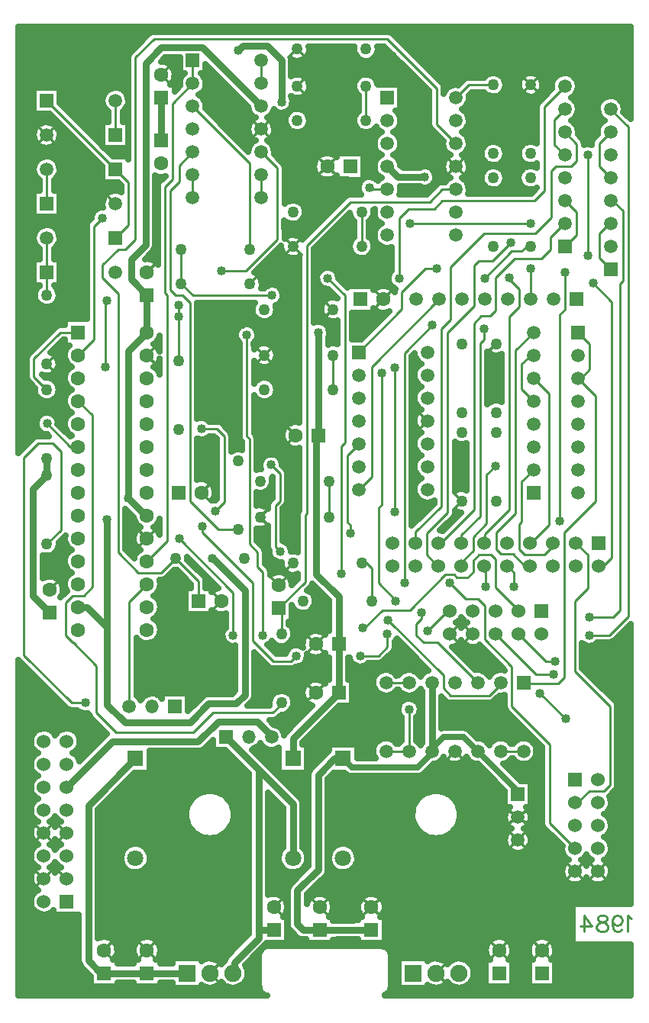
<source format=gbr>
G04 DipTrace 2.3.0.1*
%INBottomCopper.gbr*%
%MOIN*%
%ADD14C,0.03*%
%ADD15C,0.01*%
%ADD16C,0.025*%
%ADD17C,0.013*%
%ADD18C,0.063*%
%ADD19R,0.063X0.063*%
%ADD20R,0.0709X0.0709*%
%ADD21C,0.0709*%
%ADD22R,0.0591X0.0591*%
%ADD23C,0.0591*%
%ADD24C,0.06*%
%ADD25R,0.06X0.06*%
%ADD26O,0.0594X0.0591*%
%ADD27O,0.0591X0.0594*%
%ADD28C,0.05*%
%ADD29C,0.05*%
%ADD30R,0.0598X0.0598*%
%ADD31C,0.0598*%
%ADD32C,0.0748*%
%ADD33R,0.0748X0.0748*%
%ADD34C,0.04*%
%ADD36C,0.18*%
%ADD88C,0.0108*%
%FSLAX44Y44*%
G04*
G70*
G90*
G75*
G01*
%LNBottom*%
%LPD*%
X16500Y36625D2*
D14*
X16965Y36160D1*
X18127D1*
X6625Y37750D2*
Y39625D1*
X14377Y13626D2*
X12375Y11625D1*
Y10750D1*
X14376Y15752D2*
Y13626D1*
X14377D1*
X4125Y1375D2*
X4001D1*
X3438Y1938D1*
Y8688D1*
X5500Y10750D1*
X6000Y1375D2*
X4125D1*
X7750D2*
X6992D1*
X6000D1*
X8001Y38254D2*
D15*
X8004D1*
X11876Y39442D2*
D14*
Y41254D1*
X11251Y41879D1*
X10189D1*
X10001Y41692D1*
X14376Y15752D2*
Y17814D1*
X13386Y18805D1*
Y24875D1*
X13500D1*
Y29377D2*
Y24875D1*
X1750Y17125D2*
X1025Y17850D1*
Y22525D1*
X1625Y23125D1*
X6000Y31000D2*
X5313Y31687D1*
Y32566D1*
X5937Y33190D1*
Y41125D1*
X6625Y41812D1*
X8430D1*
X10992Y39250D1*
X6000Y29375D2*
Y31000D1*
X5188Y22127D2*
Y28563D1*
X6000Y29375D1*
Y21375D2*
X5940D1*
X5188Y22127D1*
X1625Y23125D2*
Y23875D1*
X8858Y19488D2*
X8890D1*
X10276Y18102D1*
Y13543D1*
X9882Y13150D1*
X8701D1*
X7874Y12323D1*
X5039D1*
X4252Y13110D1*
Y16500D1*
Y21191D1*
X3000Y17375D2*
X3377D1*
X4252Y16500D1*
X18440Y11072D2*
Y14064D1*
X15797Y3260D2*
X13547D1*
X18440Y11072D2*
D16*
Y11002D1*
X17814Y10376D1*
X14939D1*
X14564Y10751D1*
X18440Y11072D2*
Y11189D1*
X18939Y11689D1*
X19823D1*
X20440Y11072D1*
X22190Y9188D2*
Y9322D1*
X20440Y11072D1*
X14564Y10751D2*
D14*
X14188D1*
X13476Y10039D1*
Y5894D1*
X12567Y4984D1*
Y3516D1*
X12819Y3264D1*
X13543D1*
X20732Y20157D2*
D15*
X20748D1*
Y20551D1*
X21811Y21614D1*
Y30047D1*
X22244Y30480D1*
Y31260D1*
X21811Y31693D1*
Y31772D1*
X25236Y32717D2*
Y37126D1*
X15705Y35695D2*
X15775Y35625D1*
X16500D1*
X3000Y24375D2*
X2649D1*
X1638Y25386D1*
X26250Y39125D2*
Y39104D1*
X27008Y38346D1*
Y16969D1*
X26181Y16142D1*
X25315D1*
X20787Y18268D2*
Y19102D1*
X20732Y19157D1*
X24031Y21142D2*
Y30154D1*
X24252Y30374D1*
Y32008D1*
X26250Y35125D2*
X26332D1*
X26772Y34685D1*
Y31614D1*
X26654Y31496D1*
Y17244D1*
X26339Y16929D1*
X25315D1*
X22008Y18268D2*
Y18882D1*
X21732Y19157D1*
X4625Y33500D2*
X5188Y34063D1*
Y35937D1*
X4625Y36500D1*
X10992Y40250D2*
Y41250D1*
X4625Y36500D2*
X1625Y39500D1*
X24732Y20157D2*
X25236Y19654D1*
Y18189D1*
X24685Y17638D1*
Y14567D1*
X26220Y13031D1*
Y9606D1*
X25945Y9331D1*
X25315D1*
X24797Y8813D1*
X24690D1*
X14882Y20591D2*
Y20945D1*
X14750Y21077D1*
Y24000D1*
X15250Y24500D1*
X17244Y18425D2*
Y28465D1*
X18465Y29685D1*
X4188Y27878D2*
Y30691D1*
X4250Y30753D1*
X22750Y33125D2*
X22574D1*
X22362Y32913D1*
X21929D1*
X20748Y31732D1*
X17440Y14064D2*
X16440D1*
X23732Y20157D2*
Y20044D1*
X23341Y19654D1*
X22476D1*
X22244Y19885D1*
Y20984D1*
X22362Y21102D1*
Y22862D1*
X22875Y23375D1*
X22232Y17189D2*
Y17217D1*
X21220Y18228D1*
Y19449D1*
X21024Y19646D1*
X20472D1*
X20236Y19409D1*
Y18898D1*
X20000Y18661D1*
X19528D1*
X19409Y18780D1*
X19016D1*
X17480Y17244D1*
X16299D1*
X15500Y16445D1*
X15421D1*
X15433Y16457D1*
X9764Y16142D2*
Y17992D1*
X7402Y20354D1*
X10354Y29252D2*
Y24843D1*
X10472Y24724D1*
Y20118D1*
X10827Y19764D1*
Y19134D1*
X11063Y18898D1*
Y16142D1*
X9750Y1375D2*
D14*
X9803D1*
Y1835D1*
X10875Y2906D1*
Y3260D1*
Y10252D1*
X9438Y11689D1*
X12375Y6400D2*
Y8752D1*
X10875Y10252D1*
X11547Y3260D2*
X10875D1*
X11438Y11689D2*
X11501D1*
X10814Y12376D1*
X9109D1*
X8228Y11496D1*
X4496D1*
X2500Y9500D1*
X22750Y30813D2*
D15*
Y32165D1*
X18661D2*
X18150D1*
X17126Y31142D1*
Y30394D1*
X15241Y28509D1*
X15250Y28500D1*
X6000Y18375D2*
X5228Y17603D1*
Y13031D1*
X3000Y26375D2*
X3625Y25750D1*
Y18252D1*
X3250Y17877D1*
X2750D1*
X2438Y17564D1*
Y16127D1*
X2750Y15814D1*
X2769D1*
X3780Y14803D1*
Y12756D1*
X4646Y11890D1*
X8031D1*
X8892Y12750D1*
X11495D1*
X11876Y13131D1*
Y13189D1*
X1500Y27063D2*
X1625Y26938D1*
Y26875D1*
X3000Y29375D2*
X2225D1*
X1062Y28213D1*
Y27438D1*
X1625Y26875D1*
X13945Y22874D2*
Y21299D1*
X13937D1*
X15564Y38629D2*
Y40129D1*
X15375Y34625D2*
Y33125D1*
X15812Y17625D2*
Y19066D1*
X15587Y19291D1*
X15394D1*
X21440Y14064D2*
Y14002D1*
X20940Y13501D1*
X19252D1*
X18939Y13814D1*
Y14407D1*
X16535Y16811D1*
X8000Y37250D2*
X7415Y36665D1*
Y35977D1*
X7015Y35577D1*
Y31235D1*
X7250Y31000D1*
X7540D1*
X7876Y30664D1*
Y22006D1*
X9132Y20750D1*
X10000D1*
X1625Y36500D2*
Y35000D1*
X9250Y32050D2*
Y32062D1*
X10313D1*
X11688Y33437D1*
Y36555D1*
X10992Y37250D1*
X7375Y28125D2*
Y30050D1*
X1625Y31000D2*
Y32000D1*
X7375Y30050D2*
Y30550D1*
X1625Y32000D2*
Y33500D1*
X8000Y39250D2*
X10500Y36750D1*
Y33000D1*
X4625Y38000D2*
Y39500D1*
X18750Y30813D2*
X15813Y27875D1*
Y23063D1*
X15250Y22500D1*
X14125Y26875D2*
Y28375D1*
X22875D2*
X22745D1*
X22362Y27992D1*
Y26888D1*
X22875Y26375D1*
X26250Y34125D2*
X26187D1*
X25750Y33688D1*
Y32625D1*
X26250Y32125D1*
X22758Y34134D2*
X17480D1*
X26250Y36125D2*
X25750Y36625D1*
Y37625D1*
X26250Y38125D1*
X24250Y33125D2*
X24753Y33628D1*
Y34622D1*
X24250Y35125D1*
X21127Y40192D2*
X20059D1*
X19492Y39625D1*
X24250Y39125D2*
X23801Y38676D1*
Y37574D1*
X24250Y37125D1*
X22440Y14064D2*
Y14028D1*
X23961D1*
X24213Y14280D1*
Y20630D1*
X25591Y22008D1*
Y26603D1*
X24815Y27378D1*
X24940D1*
X25315Y27753D1*
Y28878D1*
X24815Y29378D1*
X3307Y13189D2*
X2717D1*
X630Y15276D1*
Y23898D1*
X1260Y24528D1*
X1890D1*
X2244Y24173D1*
Y20744D1*
X1625Y20125D1*
X17440Y11072D2*
X16440D1*
X17440D2*
Y12909D1*
X23736Y14425D2*
X22996D1*
X21232Y16189D1*
X22440Y11072D2*
X21440D1*
X24270Y12490D2*
X23161Y13598D1*
X23815Y14996D2*
X23425D1*
X22232Y16189D1*
X19232Y17189D2*
Y17303D1*
X18268Y16339D1*
X16496Y16181D2*
Y15630D1*
X16102Y15236D1*
X15315D1*
X12520D2*
X12283Y15000D1*
X11535D1*
X10630Y15906D1*
Y18425D1*
X8425Y20630D1*
Y20906D1*
X8976Y21575D2*
X9370Y21969D1*
Y24843D1*
X9055Y25157D1*
X8386D1*
X10992Y35250D2*
Y36250D1*
X8000Y35250D2*
Y36250D1*
X4063Y34375D2*
X3687Y34000D1*
Y29062D1*
X3000Y28375D1*
X11811Y19803D2*
X11614Y20000D1*
Y21811D1*
X11811Y22008D1*
Y23189D1*
X11417Y23583D1*
X22732Y20157D2*
Y20118D1*
X23565Y20951D1*
Y26685D1*
X22875Y27375D1*
X19213Y18425D2*
X19904Y17734D1*
X20455D1*
X20748Y17441D1*
Y15945D1*
X21929Y14764D1*
Y13031D1*
X23583Y11378D1*
Y7921D1*
X24690Y6813D1*
X22732Y19157D2*
X22496D1*
X21969Y19685D1*
X21457D1*
X21260Y19882D1*
Y20630D1*
X22087Y21457D1*
Y28587D1*
X22875Y29375D1*
X19732Y20157D2*
Y20520D1*
X20551Y21339D1*
Y28898D1*
X20709Y29055D1*
Y29528D1*
X8000Y41250D2*
Y40250D1*
X7125Y39375D1*
Y36074D1*
X6790Y35739D1*
Y31089D1*
X6876Y31003D1*
Y20251D1*
X6000Y19375D1*
X20440Y14064D2*
X18677Y15827D1*
X18071D1*
X17756Y16142D1*
Y16614D1*
X17992Y16850D1*
Y17126D1*
X16850Y17638D2*
Y17677D1*
X16102Y18425D1*
Y21693D1*
X16260Y21850D1*
Y27598D1*
X7500Y33000D2*
Y31500D1*
X14488Y18819D2*
Y24409D1*
X14646Y24567D1*
Y30984D1*
X13898Y31732D1*
X11457Y30984D2*
X8016D1*
X7500Y31500D1*
X19732Y19157D2*
Y19339D1*
X20236Y19843D1*
Y20433D1*
X20827Y21024D1*
Y23150D1*
X21220Y23543D1*
X25732Y19157D2*
X25929D1*
X26299Y19528D1*
Y30709D1*
X25472Y31535D1*
X18732Y20157D2*
X18819D1*
X20276Y21614D1*
Y29764D1*
X20591Y30079D1*
X20984D1*
X21220Y30315D1*
Y31772D1*
X22047Y32598D1*
X23228D1*
X23622Y32992D1*
Y33543D1*
X24204Y34125D1*
X24250D1*
X11876Y16189D2*
Y17314D1*
X11751D1*
X12913Y18477D1*
Y21404D1*
X12975Y21466D1*
Y33165D1*
X14881Y35070D1*
X18338D1*
X18893Y35625D1*
X19492D1*
X18732Y19157D2*
Y19142D1*
X18228Y19646D1*
Y20591D1*
X19134Y21496D1*
Y29370D1*
X20276Y30512D1*
Y32283D1*
X20478Y32486D1*
X21069D1*
X21890Y33307D1*
X17732Y20157D2*
Y20646D1*
X18858Y21772D1*
Y29528D1*
X19252Y29921D1*
Y32244D1*
X20709Y33701D1*
X22953D1*
X23661Y34409D1*
Y36417D1*
X23858Y36614D1*
X24528D1*
X24764Y36850D1*
Y37611D1*
X24250Y38125D1*
X8250Y17625D2*
Y18500D1*
X7250Y19500D1*
X19492Y37625D2*
X18647Y38470D1*
Y40041D1*
X16496Y42192D1*
X6313D1*
X5501Y41379D1*
Y33441D1*
X5063Y33003D1*
X4750D1*
X4063Y32316D1*
Y31765D1*
X4750Y31078D1*
Y19752D1*
X5626Y18877D1*
X6627D1*
X7250Y19500D1*
X16811Y21535D2*
Y27835D1*
X17008Y31732D2*
Y34370D1*
X17402Y34764D1*
X18543D1*
X18898Y35118D1*
X22913D1*
X23346Y35551D1*
Y39221D1*
X24250Y40125D1*
D34*
X18127Y36160D3*
X11876Y39442D3*
X10001Y41692D3*
X13500Y29377D3*
X8858Y19488D3*
X4252Y21191D3*
X21811Y31772D3*
X25236Y32717D3*
Y37126D3*
X1638Y25386D3*
X25315Y16142D3*
X20787Y18268D3*
X24031Y21142D3*
X24252Y32008D3*
X25315Y16929D3*
X22008Y18268D3*
X17244Y18425D3*
X18465Y29685D3*
X4188Y27878D3*
X4250Y30753D3*
X20748Y31732D3*
X15433Y16457D3*
X9764Y16142D3*
X7402Y20354D3*
X10354Y29252D3*
X11063Y16142D3*
X22750Y32165D3*
X18661D3*
X16535Y16811D3*
X22758Y34134D3*
X17480D3*
X3307Y13189D3*
X17440Y12909D3*
X23736Y14425D3*
X24270Y12490D3*
X23161Y13598D3*
X23815Y14996D3*
X18268Y16339D3*
X16496Y16181D3*
X15315Y15236D3*
X12520D3*
X8425Y20906D3*
X8976Y21575D3*
X8386Y25157D3*
X11811Y19803D3*
X11417Y23583D3*
X19213Y18425D3*
X20709Y29528D3*
X17992Y17126D3*
X16850Y17638D3*
X14488Y18819D3*
X13898Y31732D3*
X11457Y30984D3*
X21220Y23543D3*
X25472Y31535D3*
X21890Y33307D3*
X16811Y21535D3*
Y27835D3*
X17008Y31732D3*
D36*
X1480Y41520D3*
X26020D3*
Y1480D3*
X1480D3*
D34*
X8583Y23701D3*
X3125Y36504D3*
X12126Y21299D3*
X17717Y21378D3*
X15705Y35695D3*
X14882Y20591D3*
X5188Y22127D3*
X9250Y32050D3*
X7375Y30550D3*
Y30050D3*
X4063Y34375D3*
X16260Y27598D3*
X20795Y15256D3*
X410Y42477D2*
D16*
X6155D1*
X16654D2*
X27088D1*
X410Y42228D2*
X5877D1*
X16931D2*
X27088D1*
X410Y41979D2*
X5631D1*
X17177D2*
X27088D1*
X410Y41731D2*
X5381D1*
X13103D2*
X15026D1*
X16103D2*
X16487D1*
X17427D2*
X27088D1*
X410Y41482D2*
X5178D1*
X13025D2*
X15100D1*
X16025D2*
X16737D1*
X17677D2*
X27088D1*
X410Y41233D2*
X5163D1*
X6658D2*
X7416D1*
X12314D2*
X16983D1*
X17924D2*
X27088D1*
X410Y40985D2*
X5163D1*
X7103D2*
X7416D1*
X12314D2*
X17233D1*
X18174D2*
X27088D1*
X410Y40736D2*
X5163D1*
X7220D2*
X7416D1*
X8584D2*
X8893D1*
X12314D2*
X17483D1*
X18424D2*
X27088D1*
X410Y40487D2*
X5163D1*
X7213D2*
X7467D1*
X8533D2*
X9143D1*
X12959D2*
X15170D1*
X15959D2*
X17729D1*
X18670D2*
X19924D1*
X21572D2*
X22307D1*
X23197D2*
X23791D1*
X24709D2*
X27088D1*
X410Y40239D2*
X5163D1*
X7084D2*
X7416D1*
X8584D2*
X9393D1*
X13091D2*
X15038D1*
X16091D2*
X17979D1*
X18916D2*
X19635D1*
X21666D2*
X22213D1*
X23291D2*
X23674D1*
X24826D2*
X27088D1*
X410Y39990D2*
X1041D1*
X2209D2*
X4327D1*
X4920D2*
X5163D1*
X8521D2*
X9639D1*
X13084D2*
X15041D1*
X17084D2*
X18229D1*
X21627D2*
X22252D1*
X23252D2*
X23643D1*
X24822D2*
X27088D1*
X410Y39741D2*
X1041D1*
X2209D2*
X4096D1*
X8295D2*
X9889D1*
X12927D2*
X15202D1*
X17084D2*
X18307D1*
X20080D2*
X20854D1*
X21400D2*
X22479D1*
X23025D2*
X23397D1*
X24689D2*
X27088D1*
X410Y39492D2*
X1041D1*
X2209D2*
X4041D1*
X8529D2*
X10139D1*
X12365D2*
X15225D1*
X17084D2*
X18307D1*
X20060D2*
X23147D1*
X24705D2*
X25795D1*
X26705D2*
X27088D1*
X410Y39244D2*
X1041D1*
X2353D2*
X4100D1*
X8584D2*
X10385D1*
X12322D2*
X15225D1*
X17084D2*
X18307D1*
X19927D2*
X23006D1*
X24826D2*
X25674D1*
X26826D2*
X27088D1*
X410Y38995D2*
X1041D1*
X2599D2*
X4284D1*
X4966D2*
X5163D1*
X8724D2*
X10467D1*
X11517D2*
X11721D1*
X12029D2*
X12178D1*
X12951D2*
X15178D1*
X16947D2*
X18307D1*
X19939D2*
X23006D1*
X24822D2*
X25674D1*
X26830D2*
X27088D1*
X410Y38746D2*
X1909D1*
X2849D2*
X4284D1*
X4966D2*
X5163D1*
X8974D2*
X10709D1*
X11275D2*
X12038D1*
X13091D2*
X15038D1*
X17072D2*
X18307D1*
X20064D2*
X23006D1*
X24693D2*
X25807D1*
X410Y38498D2*
X1342D1*
X1908D2*
X2159D1*
X3099D2*
X4041D1*
X9224D2*
X10463D1*
X11521D2*
X12041D1*
X13088D2*
X15041D1*
X17072D2*
X18307D1*
X20064D2*
X23006D1*
X24697D2*
X25803D1*
X410Y38249D2*
X1100D1*
X2150D2*
X2405D1*
X3345D2*
X4041D1*
X9470D2*
X10409D1*
X11576D2*
X12194D1*
X12935D2*
X15194D1*
X16939D2*
X18397D1*
X19931D2*
X23006D1*
X24826D2*
X25674D1*
X410Y38000D2*
X1041D1*
X2209D2*
X2655D1*
X3595D2*
X4041D1*
X9720D2*
X10467D1*
X11517D2*
X16061D1*
X16939D2*
X18647D1*
X19931D2*
X23006D1*
X24845D2*
X25655D1*
X410Y37752D2*
X1096D1*
X2150D2*
X2905D1*
X3845D2*
X4041D1*
X9970D2*
X10713D1*
X11271D2*
X15928D1*
X17072D2*
X18897D1*
X20064D2*
X23006D1*
X25072D2*
X25436D1*
X410Y37503D2*
X1342D1*
X1908D2*
X3151D1*
X10216D2*
X10467D1*
X11517D2*
X15928D1*
X17072D2*
X18920D1*
X20064D2*
X20694D1*
X21564D2*
X22319D1*
X410Y37254D2*
X3401D1*
X4341D2*
X5163D1*
X11576D2*
X16057D1*
X16943D2*
X19045D1*
X19935D2*
X20592D1*
X21662D2*
X22217D1*
X410Y37006D2*
X1358D1*
X1892D2*
X3651D1*
X11709D2*
X13413D1*
X15478D2*
X16065D1*
X16935D2*
X19057D1*
X19927D2*
X20624D1*
X21631D2*
X22249D1*
X410Y36757D2*
X1104D1*
X2146D2*
X3897D1*
X11955D2*
X13284D1*
X15478D2*
X15932D1*
X17068D2*
X18924D1*
X20060D2*
X20827D1*
X21427D2*
X22452D1*
X410Y36508D2*
X1041D1*
X2209D2*
X4041D1*
X12029D2*
X13284D1*
X15478D2*
X15928D1*
X18459D2*
X18920D1*
X20064D2*
X20756D1*
X21494D2*
X22381D1*
X410Y36260D2*
X1092D1*
X2154D2*
X4041D1*
X12029D2*
X13401D1*
X15478D2*
X16049D1*
X18607D2*
X19041D1*
X19943D2*
X20604D1*
X21646D2*
X22229D1*
X410Y36011D2*
X1284D1*
X1966D2*
X4041D1*
X6377D2*
X6592D1*
X12029D2*
X15338D1*
X18591D2*
X19061D1*
X19924D2*
X20596D1*
X21650D2*
X22221D1*
X410Y35762D2*
X1284D1*
X1966D2*
X4846D1*
X12029D2*
X15221D1*
X18392D2*
X18561D1*
X20060D2*
X20733D1*
X21513D2*
X22358D1*
X410Y35513D2*
X1041D1*
X2209D2*
X4377D1*
X12029D2*
X15252D1*
X17072D2*
X18311D1*
X20064D2*
X22838D1*
X410Y35265D2*
X1041D1*
X2209D2*
X4108D1*
X12029D2*
X14604D1*
X410Y35016D2*
X1041D1*
X2209D2*
X4041D1*
X12736D2*
X14358D1*
X410Y34767D2*
X1041D1*
X2209D2*
X3788D1*
X12896D2*
X14108D1*
X410Y34519D2*
X1041D1*
X2209D2*
X3596D1*
X12904D2*
X13858D1*
X410Y34270D2*
X3487D1*
X12771D2*
X13612D1*
X14552D2*
X14979D1*
X15771D2*
X16041D1*
X410Y34021D2*
X1397D1*
X1853D2*
X3350D1*
X12029D2*
X13362D1*
X14302D2*
X15034D1*
X15716D2*
X16081D1*
X410Y33773D2*
X1112D1*
X2138D2*
X3346D1*
X12029D2*
X13112D1*
X14052D2*
X15034D1*
X15716D2*
X15936D1*
X410Y33524D2*
X1041D1*
X2209D2*
X3346D1*
X12724D2*
X12866D1*
X13806D2*
X15026D1*
X15724D2*
X15924D1*
X410Y33275D2*
X1088D1*
X2162D2*
X3346D1*
X13556D2*
X14858D1*
X15892D2*
X16038D1*
X410Y33027D2*
X1284D1*
X1966D2*
X3346D1*
X13314D2*
X14846D1*
X15904D2*
X16666D1*
X410Y32778D2*
X1284D1*
X1966D2*
X3346D1*
X6138D2*
X6452D1*
X11498D2*
X11971D1*
X13314D2*
X14971D1*
X15779D2*
X16666D1*
X410Y32529D2*
X1041D1*
X2209D2*
X3346D1*
X6263D2*
X6452D1*
X11248D2*
X12635D1*
X13314D2*
X16666D1*
X410Y32281D2*
X1041D1*
X2209D2*
X3346D1*
X11002D2*
X12635D1*
X13314D2*
X16666D1*
X410Y32032D2*
X1041D1*
X2209D2*
X3346D1*
X10752D2*
X12635D1*
X13314D2*
X13518D1*
X14279D2*
X16627D1*
X410Y31783D2*
X1041D1*
X2209D2*
X3346D1*
X10955D2*
X12635D1*
X14384D2*
X16522D1*
X410Y31534D2*
X1041D1*
X2209D2*
X3346D1*
X11037D2*
X12635D1*
X13314D2*
X13454D1*
X14564D2*
X16561D1*
X410Y31286D2*
X1170D1*
X2080D2*
X3346D1*
X11834D2*
X12635D1*
X13314D2*
X13745D1*
X16677D2*
X16820D1*
X410Y31037D2*
X1088D1*
X2162D2*
X3346D1*
X11943D2*
X12635D1*
X13314D2*
X14124D1*
X410Y30788D2*
X1131D1*
X2119D2*
X3346D1*
X11904D2*
X12635D1*
X13314D2*
X13791D1*
X410Y30540D2*
X1370D1*
X1881D2*
X3346D1*
X8216D2*
X10612D1*
X11638D2*
X12635D1*
X13314D2*
X13612D1*
X410Y30291D2*
X3346D1*
X8216D2*
X10592D1*
X11658D2*
X12635D1*
X13314D2*
X13592D1*
X15920D2*
X16046D1*
X410Y30042D2*
X3346D1*
X8216D2*
X10709D1*
X11541D2*
X12635D1*
X13314D2*
X13709D1*
X14986D2*
X16303D1*
X410Y29794D2*
X2397D1*
X8216D2*
X12635D1*
X13732D2*
X14307D1*
X14986D2*
X16057D1*
X410Y29545D2*
X1924D1*
X8216D2*
X9967D1*
X10740D2*
X12635D1*
X13959D2*
X14307D1*
X14986D2*
X15807D1*
X410Y29296D2*
X1674D1*
X8216D2*
X9866D1*
X10841D2*
X12635D1*
X13982D2*
X14307D1*
X14986D2*
X15557D1*
X410Y29048D2*
X1428D1*
X8216D2*
X9913D1*
X10799D2*
X12635D1*
X13939D2*
X14307D1*
X410Y28799D2*
X1178D1*
X2119D2*
X2397D1*
X8216D2*
X10014D1*
X11443D2*
X12635D1*
X410Y28550D2*
X928D1*
X1869D2*
X2424D1*
X8216D2*
X10014D1*
X11634D2*
X12635D1*
X410Y28302D2*
X737D1*
X2068D2*
X2401D1*
X8216D2*
X10014D1*
X11658D2*
X12635D1*
X20892D2*
X21471D1*
X410Y28053D2*
X721D1*
X2162D2*
X2495D1*
X8216D2*
X10014D1*
X11552D2*
X12635D1*
X17584D2*
X17881D1*
X20892D2*
X21471D1*
X410Y27804D2*
X721D1*
X2127D2*
X2584D1*
X8216D2*
X10014D1*
X10693D2*
X12635D1*
X17584D2*
X17749D1*
X20892D2*
X21471D1*
X410Y27555D2*
X721D1*
X1908D2*
X2424D1*
X8216D2*
X10014D1*
X10693D2*
X12635D1*
X20892D2*
X21471D1*
X410Y27307D2*
X752D1*
X1931D2*
X2401D1*
X8216D2*
X10014D1*
X10693D2*
X10823D1*
X11431D2*
X12635D1*
X20892D2*
X21471D1*
X410Y27058D2*
X971D1*
X2131D2*
X2491D1*
X8216D2*
X10014D1*
X11631D2*
X12635D1*
X17584D2*
X17874D1*
X20892D2*
X21471D1*
X410Y26809D2*
X1088D1*
X2162D2*
X2592D1*
X8216D2*
X10014D1*
X11662D2*
X12635D1*
X17584D2*
X17749D1*
X20892D2*
X21471D1*
X410Y26561D2*
X1194D1*
X2056D2*
X2424D1*
X8216D2*
X10014D1*
X11556D2*
X12635D1*
X20892D2*
X21471D1*
X410Y26312D2*
X2397D1*
X8216D2*
X10014D1*
X10693D2*
X12635D1*
X410Y26063D2*
X2487D1*
X8216D2*
X10014D1*
X10693D2*
X12635D1*
X17584D2*
X17866D1*
X410Y25815D2*
X1432D1*
X1841D2*
X2596D1*
X8216D2*
X10014D1*
X10693D2*
X12635D1*
X17584D2*
X17752D1*
X410Y25566D2*
X1186D1*
X2091D2*
X2428D1*
X8634D2*
X10014D1*
X10693D2*
X12635D1*
X410Y25317D2*
X1155D1*
X2177D2*
X2397D1*
X9365D2*
X10014D1*
X10693D2*
X12100D1*
X410Y25069D2*
X1272D1*
X9615D2*
X10014D1*
X10693D2*
X11928D1*
X17584D2*
X17862D1*
X410Y24820D2*
X1120D1*
X8732D2*
X8924D1*
X9709D2*
X10014D1*
X10799D2*
X11897D1*
X17584D2*
X17756D1*
X410Y24571D2*
X834D1*
X8216D2*
X9030D1*
X9709D2*
X10131D1*
X10814D2*
X11983D1*
X410Y24323D2*
X584D1*
X8216D2*
X9030D1*
X9709D2*
X10131D1*
X10814D2*
X12299D1*
X19474D2*
X19936D1*
X8216Y24074D2*
X9030D1*
X10814D2*
X12635D1*
X17584D2*
X17854D1*
X19474D2*
X19936D1*
X8216Y23825D2*
X9030D1*
X10814D2*
X10995D1*
X11838D2*
X12635D1*
X17584D2*
X17760D1*
X19474D2*
X19936D1*
X8216Y23576D2*
X9030D1*
X11908D2*
X12635D1*
X19474D2*
X19936D1*
X8216Y23328D2*
X9030D1*
X12119D2*
X12635D1*
X19474D2*
X19936D1*
X8216Y23079D2*
X9030D1*
X12150D2*
X12635D1*
X17584D2*
X17846D1*
X19474D2*
X19936D1*
X8759Y22830D2*
X9030D1*
X12150D2*
X12635D1*
X17584D2*
X17764D1*
X19474D2*
X19936D1*
X12150Y22582D2*
X12635D1*
X19474D2*
X19936D1*
X10814Y22333D2*
X11471D1*
X12150D2*
X12635D1*
X10814Y22084D2*
X11416D1*
X12150D2*
X12635D1*
X17584D2*
X17842D1*
X10814Y21836D2*
X11276D1*
X12099D2*
X12635D1*
X17584D2*
X18452D1*
X11955Y21587D2*
X12631D1*
X17584D2*
X18202D1*
X5091Y21338D2*
X5366D1*
X11955D2*
X12573D1*
X17584D2*
X17956D1*
X5091Y21090D2*
X5471D1*
X11955D2*
X12573D1*
X5091Y20841D2*
X5631D1*
X6369D2*
X6538D1*
X11955D2*
X12573D1*
X5091Y20592D2*
X5436D1*
X10814D2*
X11276D1*
X11955D2*
X12573D1*
X5091Y20344D2*
X5397D1*
X10814D2*
X11276D1*
X11955D2*
X12573D1*
X2166Y20095D2*
X2467D1*
X5091D2*
X5467D1*
X10966D2*
X11276D1*
X12197D2*
X12573D1*
X2084Y19846D2*
X2635D1*
X5127D2*
X5635D1*
X11154D2*
X11315D1*
X12299D2*
X12573D1*
X1466Y19597D2*
X2440D1*
X11166D2*
X11370D1*
X1466Y19349D2*
X2397D1*
X11166D2*
X11690D1*
X1466Y19100D2*
X2463D1*
X11330D2*
X11889D1*
X1466Y18851D2*
X2643D1*
X7072D2*
X7428D1*
X2103Y18603D2*
X2440D1*
X6806D2*
X7678D1*
X12279D2*
X12569D1*
X6603Y18354D2*
X7909D1*
X8591D2*
X8932D1*
X6537Y18105D2*
X7647D1*
X13021D2*
X13475D1*
X6349Y17857D2*
X7647D1*
X13299D2*
X13721D1*
X6556Y17608D2*
X7647D1*
X13353D2*
X13936D1*
X6603Y17359D2*
X7647D1*
X13279D2*
X13936D1*
X6541Y17111D2*
X7647D1*
X12357D2*
X13936D1*
X6341Y16862D2*
X9424D1*
X12357D2*
X13936D1*
X6552Y16613D2*
X9424D1*
X12216D2*
X13936D1*
X19631D2*
X19834D1*
X6603Y16365D2*
X9331D1*
X12384D2*
X13936D1*
X26873D2*
X27088D1*
X6545Y16116D2*
X9276D1*
X12412D2*
X12901D1*
X26627D2*
X27088D1*
X5568Y15867D2*
X5698D1*
X6306D2*
X9366D1*
X12302D2*
X12784D1*
X16865D2*
X17010D1*
X26361D2*
X27088D1*
X5568Y15618D2*
X9834D1*
X11388D2*
X12229D1*
X16838D2*
X17256D1*
X19357D2*
X20604D1*
X25025D2*
X27088D1*
X5568Y15370D2*
X9834D1*
X11634D2*
X12049D1*
X16705D2*
X17506D1*
X19603D2*
X20854D1*
X25025D2*
X27088D1*
X5568Y15121D2*
X9834D1*
X10716D2*
X10944D1*
X12994D2*
X13936D1*
X16459D2*
X17756D1*
X19853D2*
X21100D1*
X25025D2*
X27088D1*
X410Y14872D2*
X561D1*
X5568D2*
X9834D1*
X10716D2*
X11194D1*
X12834D2*
X13936D1*
X14818D2*
X15002D1*
X15631D2*
X18002D1*
X20103D2*
X21350D1*
X25025D2*
X27088D1*
X410Y14624D2*
X811D1*
X5568D2*
X9834D1*
X10716D2*
X13936D1*
X14818D2*
X18252D1*
X20349D2*
X21588D1*
X25099D2*
X27088D1*
X410Y14375D2*
X1061D1*
X5568D2*
X9834D1*
X10716D2*
X13936D1*
X14818D2*
X15948D1*
X25345D2*
X27088D1*
X410Y14126D2*
X1307D1*
X5568D2*
X9834D1*
X10716D2*
X13057D1*
X14982D2*
X15858D1*
X25595D2*
X27088D1*
X410Y13878D2*
X1557D1*
X5568D2*
X9834D1*
X10716D2*
X12831D1*
X14982D2*
X15885D1*
X25845D2*
X27088D1*
X410Y13629D2*
X1807D1*
X5568D2*
X9749D1*
X10716D2*
X11584D1*
X12170D2*
X12772D1*
X14982D2*
X16061D1*
X16818D2*
X17061D1*
X17818D2*
X17999D1*
X26091D2*
X27088D1*
X410Y13380D2*
X2053D1*
X7814D2*
X8319D1*
X10681D2*
X11374D1*
X12381D2*
X12827D1*
X14982D2*
X17999D1*
X21287D2*
X21588D1*
X26341D2*
X27088D1*
X410Y13132D2*
X2303D1*
X7814D2*
X8073D1*
X10474D2*
X11338D1*
X12412D2*
X13049D1*
X14982D2*
X17006D1*
X17873D2*
X17999D1*
X18881D2*
X21588D1*
X26545D2*
X27088D1*
X410Y12883D2*
X2620D1*
X12314D2*
X13022D1*
X14244D2*
X16952D1*
X18881D2*
X21627D1*
X26560D2*
X27088D1*
X410Y12634D2*
X3463D1*
X11849D2*
X12772D1*
X13998D2*
X17041D1*
X17838D2*
X17999D1*
X18881D2*
X21858D1*
X26560D2*
X27088D1*
X410Y12385D2*
X3678D1*
X11416D2*
X12526D1*
X13748D2*
X17100D1*
X17779D2*
X17999D1*
X18881D2*
X22104D1*
X26560D2*
X27088D1*
X410Y12137D2*
X3928D1*
X11799D2*
X12276D1*
X13498D2*
X17100D1*
X17779D2*
X17999D1*
X18881D2*
X22354D1*
X26560D2*
X27088D1*
X410Y11888D2*
X1065D1*
X1935D2*
X2064D1*
X2935D2*
X4178D1*
X13252D2*
X17100D1*
X17779D2*
X17999D1*
X20201D2*
X22604D1*
X26560D2*
X27088D1*
X410Y11639D2*
X928D1*
X3072D2*
X4030D1*
X13002D2*
X17100D1*
X17779D2*
X17999D1*
X20447D2*
X22850D1*
X26560D2*
X27088D1*
X410Y11391D2*
X920D1*
X3080D2*
X3780D1*
X12814D2*
X15956D1*
X22924D2*
X23099D1*
X26560D2*
X27088D1*
X410Y11142D2*
X1038D1*
X2963D2*
X3530D1*
X8470D2*
X8854D1*
X10595D2*
X11291D1*
X11584D2*
X11732D1*
X13017D2*
X13920D1*
X15209D2*
X15858D1*
X23021D2*
X23245D1*
X26560D2*
X27088D1*
X410Y10893D2*
X1069D1*
X2931D2*
X3284D1*
X6142D2*
X9624D1*
X10845D2*
X11729D1*
X13017D2*
X13717D1*
X15209D2*
X15885D1*
X22994D2*
X23245D1*
X26560D2*
X27088D1*
X410Y10645D2*
X928D1*
X6142D2*
X9870D1*
X11095D2*
X11729D1*
X13017D2*
X13471D1*
X18826D2*
X19053D1*
X19826D2*
X20053D1*
X21826D2*
X22053D1*
X22826D2*
X23245D1*
X26560D2*
X27088D1*
X410Y10396D2*
X920D1*
X6142D2*
X10120D1*
X11341D2*
X11729D1*
X13017D2*
X13221D1*
X18412D2*
X20538D1*
X21693D2*
X23245D1*
X26560D2*
X27088D1*
X410Y10147D2*
X1034D1*
X6142D2*
X10370D1*
X11591D2*
X11732D1*
X18162D2*
X20788D1*
X21939D2*
X23245D1*
X26560D2*
X27088D1*
X410Y9899D2*
X1077D1*
X5259D2*
X10436D1*
X11841D2*
X13038D1*
X13947D2*
X21038D1*
X22189D2*
X23245D1*
X26560D2*
X27088D1*
X410Y9650D2*
X932D1*
X5013D2*
X10436D1*
X12088D2*
X13038D1*
X13916D2*
X21284D1*
X22775D2*
X23245D1*
X26560D2*
X27088D1*
X410Y9401D2*
X920D1*
X4763D2*
X10436D1*
X12338D2*
X13038D1*
X13916D2*
X21534D1*
X22775D2*
X23245D1*
X26486D2*
X27088D1*
X410Y9153D2*
X1030D1*
X4513D2*
X8139D1*
X9361D2*
X10436D1*
X12588D2*
X13038D1*
X13916D2*
X18014D1*
X19236D2*
X21604D1*
X22775D2*
X23245D1*
X26236D2*
X27088D1*
X410Y8904D2*
X1081D1*
X4267D2*
X7885D1*
X9615D2*
X10436D1*
X11314D2*
X11612D1*
X12787D2*
X13038D1*
X13916D2*
X17760D1*
X19490D2*
X21604D1*
X22775D2*
X23245D1*
X26271D2*
X27088D1*
X410Y8655D2*
X932D1*
X4017D2*
X7756D1*
X9744D2*
X10436D1*
X11314D2*
X11862D1*
X12814D2*
X13038D1*
X13916D2*
X17631D1*
X19619D2*
X21604D1*
X22775D2*
X23245D1*
X26256D2*
X27088D1*
X410Y8406D2*
X916D1*
X3877D2*
X7698D1*
X9802D2*
X10436D1*
X11314D2*
X11936D1*
X12814D2*
X13038D1*
X13916D2*
X17573D1*
X19677D2*
X21647D1*
X22732D2*
X23245D1*
X26107D2*
X27088D1*
X410Y8158D2*
X1026D1*
X3877D2*
X7706D1*
X9795D2*
X10436D1*
X11314D2*
X11936D1*
X12814D2*
X13038D1*
X13916D2*
X17581D1*
X19670D2*
X21604D1*
X22775D2*
X23245D1*
X26162D2*
X27088D1*
X410Y7909D2*
X1084D1*
X1916D2*
X2083D1*
X3877D2*
X7772D1*
X9728D2*
X10436D1*
X11314D2*
X11936D1*
X12814D2*
X13038D1*
X13916D2*
X17647D1*
X19603D2*
X21678D1*
X22701D2*
X23245D1*
X26271D2*
X27088D1*
X410Y7660D2*
X932D1*
X3877D2*
X7920D1*
X9580D2*
X10436D1*
X11314D2*
X11936D1*
X12814D2*
X13038D1*
X13916D2*
X17795D1*
X19455D2*
X21862D1*
X22517D2*
X23374D1*
X26259D2*
X27088D1*
X410Y7412D2*
X916D1*
X3877D2*
X8206D1*
X9295D2*
X10436D1*
X11314D2*
X11936D1*
X12814D2*
X13038D1*
X13916D2*
X18081D1*
X19170D2*
X21651D1*
X22728D2*
X23620D1*
X26111D2*
X27088D1*
X410Y7163D2*
X1022D1*
X3877D2*
X10436D1*
X11314D2*
X11936D1*
X12814D2*
X13038D1*
X13916D2*
X21604D1*
X22775D2*
X23870D1*
X26158D2*
X27088D1*
X410Y6914D2*
X1092D1*
X1908D2*
X2092D1*
X3877D2*
X5131D1*
X5869D2*
X10436D1*
X11314D2*
X11936D1*
X12814D2*
X13038D1*
X13916D2*
X14194D1*
X14935D2*
X21678D1*
X22705D2*
X24108D1*
X26271D2*
X27088D1*
X410Y6666D2*
X936D1*
X3877D2*
X4916D1*
X6084D2*
X10436D1*
X11314D2*
X11791D1*
X15150D2*
X21963D1*
X22416D2*
X24120D1*
X26259D2*
X27088D1*
X410Y6417D2*
X916D1*
X3877D2*
X4858D1*
X6142D2*
X10436D1*
X11314D2*
X11733D1*
X15209D2*
X24264D1*
X25119D2*
X25264D1*
X26119D2*
X27088D1*
X410Y6168D2*
X1018D1*
X3877D2*
X4901D1*
X6099D2*
X10436D1*
X11314D2*
X11776D1*
X15162D2*
X24225D1*
X26154D2*
X27088D1*
X410Y5920D2*
X1096D1*
X1904D2*
X2096D1*
X3877D2*
X5084D1*
X5916D2*
X10436D1*
X11314D2*
X11959D1*
X13916D2*
X14151D1*
X14978D2*
X24112D1*
X26271D2*
X27088D1*
X410Y5671D2*
X936D1*
X3877D2*
X10436D1*
X11314D2*
X12643D1*
X13849D2*
X24120D1*
X26263D2*
X27088D1*
X410Y5422D2*
X916D1*
X3877D2*
X10436D1*
X11314D2*
X12393D1*
X13615D2*
X24256D1*
X25123D2*
X25256D1*
X26123D2*
X27088D1*
X410Y5174D2*
X1014D1*
X3877D2*
X10436D1*
X11314D2*
X12174D1*
X13369D2*
X27088D1*
X410Y4925D2*
X1104D1*
X3877D2*
X10436D1*
X11314D2*
X12127D1*
X13119D2*
X27088D1*
X410Y4676D2*
X940D1*
X3877D2*
X10436D1*
X11974D2*
X12127D1*
X13974D2*
X15370D1*
X16224D2*
X27088D1*
X410Y4427D2*
X916D1*
X3877D2*
X10436D1*
X14127D2*
X15217D1*
X16377D2*
X27088D1*
X410Y4179D2*
X1010D1*
X3877D2*
X10436D1*
X14146D2*
X15198D1*
X16396D2*
X24573D1*
X410Y3930D2*
X2999D1*
X3877D2*
X10436D1*
X14049D2*
X15295D1*
X16299D2*
X24573D1*
X410Y3681D2*
X2999D1*
X3877D2*
X10436D1*
X14150D2*
X15194D1*
X16400D2*
X24573D1*
X410Y3433D2*
X2999D1*
X3877D2*
X10436D1*
X16400D2*
X24573D1*
X410Y3184D2*
X2999D1*
X3877D2*
X10436D1*
X12150D2*
X12288D1*
X16400D2*
X24573D1*
X410Y2935D2*
X2999D1*
X4299D2*
X5827D1*
X6174D2*
X10291D1*
X12150D2*
X12541D1*
X16400D2*
X21202D1*
X21549D2*
X23077D1*
X23424D2*
X24573D1*
X410Y2687D2*
X2999D1*
X4638D2*
X5487D1*
X6513D2*
X10045D1*
X12150D2*
X12944D1*
X14150D2*
X15194D1*
X16400D2*
X20862D1*
X21888D2*
X22737D1*
X23763D2*
X24573D1*
X410Y2438D2*
X2999D1*
X4728D2*
X5397D1*
X6603D2*
X9795D1*
X16529D2*
X20772D1*
X21978D2*
X22647D1*
X23853D2*
X27088D1*
X410Y2189D2*
X2999D1*
X4701D2*
X5424D1*
X6576D2*
X9545D1*
X16662D2*
X20799D1*
X21951D2*
X22674D1*
X23826D2*
X27088D1*
X410Y1941D2*
X2999D1*
X4728D2*
X5397D1*
X6603D2*
X7084D1*
X9072D2*
X9377D1*
X10521D2*
X10874D1*
X16666D2*
X16959D1*
X18947D2*
X19303D1*
X19947D2*
X20772D1*
X21978D2*
X22647D1*
X23853D2*
X27088D1*
X410Y1692D2*
X3081D1*
X10330D2*
X10874D1*
X16666D2*
X16959D1*
X20205D2*
X20772D1*
X21978D2*
X22647D1*
X23853D2*
X27088D1*
X410Y1443D2*
X3319D1*
X10412D2*
X10874D1*
X16666D2*
X16959D1*
X20287D2*
X20772D1*
X21978D2*
X22647D1*
X23853D2*
X27088D1*
X410Y1195D2*
X3522D1*
X10388D2*
X10874D1*
X16666D2*
X16959D1*
X20263D2*
X20772D1*
X21978D2*
X22647D1*
X23853D2*
X27088D1*
X410Y946D2*
X3522D1*
X4728D2*
X5397D1*
X6603D2*
X7084D1*
X10248D2*
X10874D1*
X16666D2*
X16959D1*
X20123D2*
X20772D1*
X21978D2*
X22647D1*
X23853D2*
X27088D1*
X410Y697D2*
X10889D1*
X16650D2*
X27088D1*
X410Y448D2*
X11069D1*
X16470D2*
X27088D1*
X6579Y2350D2*
X6561Y2227D1*
X6516Y2110D1*
X6447Y2006D1*
X6400Y1955D1*
X6580D1*
Y1787D1*
X7113Y1790D1*
X7111Y2014D1*
X8389D1*
Y1901D1*
X8474Y1951D1*
X8591Y1994D1*
X8714Y2013D1*
X8839Y2008D1*
X8960Y1978D1*
X9073Y1926D1*
X9174Y1853D1*
X9250Y1773D1*
X9387Y1901D1*
X9397Y1907D1*
X9407Y1958D1*
X9474Y2088D1*
X9863Y2482D1*
X10463Y3081D1*
X10460Y3885D1*
Y10084D1*
X9413Y11127D1*
X8878Y11129D1*
Y11562D1*
X8522Y11203D1*
X8421Y11129D1*
X8282Y11085D1*
X7728Y11081D1*
X6123D1*
X6119Y10369D1*
Y10131D1*
X5467D1*
X3852Y8515D1*
X3853Y2887D1*
X3969Y2934D1*
X4092Y2954D1*
X4217Y2948D1*
X4337Y2915D1*
X4448Y2857D1*
X4543Y2777D1*
X4620Y2678D1*
X4673Y2565D1*
X4701Y2443D1*
X4703Y2325D1*
X4679Y2203D1*
X4629Y2088D1*
X4556Y1987D1*
X4525Y1955D1*
X4705D1*
Y1787D1*
X5418Y1790D1*
X5420Y1955D1*
X5604D1*
X5535Y2028D1*
X5472Y2136D1*
X5433Y2254D1*
X5420Y2378D1*
X5434Y2502D1*
X5475Y2620D1*
X5539Y2727D1*
X5625Y2817D1*
X5728Y2887D1*
X5844Y2934D1*
X5967Y2954D1*
X6092Y2948D1*
X6212Y2915D1*
X6323Y2857D1*
X6418Y2777D1*
X6495Y2678D1*
X6548Y2565D1*
X6576Y2443D1*
X6579Y2350D1*
X6580Y959D2*
Y795D1*
X5420D1*
Y963D1*
X4707Y960D1*
X4705Y795D1*
X3545D1*
Y1244D1*
X3144Y1644D1*
X3071Y1745D1*
X3026Y1884D1*
X3023Y2438D1*
Y3934D1*
X1935Y3935D1*
Y4142D1*
X1858Y4063D1*
X1753Y3995D1*
X1636Y3952D1*
X1512Y3935D1*
X1388Y3946D1*
X1269Y3984D1*
X1162Y4048D1*
X1071Y4133D1*
X1001Y4236D1*
X955Y4352D1*
X936Y4475D1*
X944Y4600D1*
X979Y4719D1*
X1040Y4828D1*
X1123Y4921D1*
X1236Y4998D1*
X1123Y5079D1*
X1040Y5172D1*
X979Y5281D1*
X944Y5401D1*
X936Y5525D1*
X955Y5648D1*
X1001Y5764D1*
X1071Y5868D1*
X1162Y5953D1*
X1237Y6000D1*
X1162Y6048D1*
X1071Y6133D1*
X1001Y6236D1*
X955Y6352D1*
X936Y6475D1*
X944Y6600D1*
X979Y6719D1*
X1040Y6828D1*
X1123Y6921D1*
X1236Y6998D1*
X1123Y7079D1*
X1040Y7172D1*
X979Y7281D1*
X944Y7401D1*
X936Y7525D1*
X955Y7648D1*
X1001Y7764D1*
X1071Y7868D1*
X1162Y7953D1*
X1237Y8000D1*
X1162Y8048D1*
X1071Y8133D1*
X1001Y8236D1*
X955Y8352D1*
X936Y8475D1*
X944Y8600D1*
X979Y8719D1*
X1040Y8828D1*
X1123Y8921D1*
X1236Y8998D1*
X1162Y9048D1*
X1071Y9133D1*
X1001Y9236D1*
X955Y9352D1*
X936Y9475D1*
X944Y9600D1*
X979Y9719D1*
X1040Y9828D1*
X1123Y9921D1*
X1236Y9998D1*
X1162Y10048D1*
X1071Y10133D1*
X1001Y10236D1*
X955Y10352D1*
X936Y10475D1*
X944Y10600D1*
X979Y10719D1*
X1040Y10828D1*
X1123Y10921D1*
X1236Y10998D1*
X1162Y11048D1*
X1071Y11133D1*
X1001Y11236D1*
X955Y11352D1*
X936Y11475D1*
X944Y11600D1*
X979Y11719D1*
X1040Y11828D1*
X1123Y11921D1*
X1225Y11994D1*
X1340Y12042D1*
X1463Y12064D1*
X1588Y12058D1*
X1708Y12025D1*
X1818Y11967D1*
X1913Y11886D1*
X1998Y11761D1*
X2040Y11828D1*
X2123Y11921D1*
X2225Y11994D1*
X2340Y12042D1*
X2463Y12064D1*
X2588Y12058D1*
X2708Y12025D1*
X2818Y11967D1*
X2913Y11886D1*
X2987Y11786D1*
X3038Y11672D1*
X3065Y11500D1*
X3051Y11376D1*
X3010Y11258D1*
X2945Y11152D1*
X2858Y11063D1*
X2763Y11001D1*
X2818Y10967D1*
X2913Y10886D1*
X2987Y10786D1*
X3038Y10672D1*
X3047Y10630D1*
X3974Y11561D1*
X4222Y11807D1*
X4246Y11844D1*
X3557Y12533D1*
X3485Y12648D1*
X3411Y12736D1*
X3287Y12724D1*
X3165Y12746D1*
X3052Y12800D1*
X2967Y12874D1*
X2717D1*
X2595Y12899D1*
X2494Y12966D1*
X400Y15062D1*
X385Y14975D1*
Y385D1*
X11241Y390D1*
X11124Y432D1*
X11023Y506D1*
X10949Y605D1*
X10906Y722D1*
X10898Y932D1*
Y2126D1*
X10916Y2249D1*
X10969Y2362D1*
X11053Y2454D1*
X11160Y2518D1*
X11284Y2549D1*
X12698Y2551D1*
X16217D1*
X16340Y2533D1*
X16452Y2480D1*
X16545Y2396D1*
X16609Y2289D1*
X16639Y2165D1*
X16642Y807D1*
X16623Y684D1*
X16570Y571D1*
X16487Y479D1*
X16376Y414D1*
X16385Y385D1*
X27115D1*
Y2615D1*
X26208Y2613D1*
X24598D1*
Y4405D1*
X27118D1*
X27115Y6635D1*
Y16631D1*
X26404Y15919D1*
X26300Y15850D1*
X26181Y15827D1*
X25654D1*
X25536Y15733D1*
X25419Y15689D1*
X25295Y15677D1*
X25173Y15699D1*
X25060Y15753D1*
X24998Y15806D1*
X25000Y14696D1*
X26443Y13254D1*
X26512Y13151D1*
X26535Y13031D1*
Y9606D1*
X26511Y9485D1*
X26443Y9384D1*
X26170Y9111D1*
X26228Y8985D1*
X26255Y8813D1*
X26241Y8689D1*
X26201Y8571D1*
X26135Y8465D1*
X26048Y8376D1*
X25953Y8314D1*
X26008Y8280D1*
X26103Y8199D1*
X26178Y8099D1*
X26228Y7985D1*
X26255Y7813D1*
X26241Y7689D1*
X26201Y7571D1*
X26135Y7465D1*
X26048Y7376D1*
X25953Y7314D1*
X26008Y7280D1*
X26103Y7199D1*
X26178Y7099D1*
X26228Y6985D1*
X26255Y6813D1*
X26241Y6689D1*
X26201Y6571D1*
X26135Y6465D1*
X26048Y6376D1*
X25953Y6314D1*
X26067Y6234D1*
X26150Y6141D1*
X26211Y6032D1*
X26246Y5912D1*
X26255Y5788D1*
X26235Y5665D1*
X26190Y5549D1*
X26119Y5446D1*
X26028Y5360D1*
X25921Y5297D1*
X25802Y5259D1*
X25678Y5248D1*
X25554Y5265D1*
X25437Y5308D1*
X25332Y5376D1*
X25245Y5465D1*
X25190Y5549D1*
X25119Y5446D1*
X25028Y5360D1*
X24921Y5297D1*
X24802Y5259D1*
X24678Y5248D1*
X24554Y5265D1*
X24437Y5308D1*
X24332Y5376D1*
X24245Y5465D1*
X24180Y5571D1*
X24139Y5689D1*
X24125Y5813D1*
X24139Y5937D1*
X24180Y6055D1*
X24245Y6161D1*
X24333Y6250D1*
X24427Y6313D1*
X24352Y6361D1*
X24261Y6446D1*
X24191Y6549D1*
X24145Y6665D1*
X24126Y6788D1*
X24137Y6924D1*
X23360Y7698D1*
X23291Y7801D1*
X23268Y7921D1*
Y11245D1*
X21706Y12809D1*
X21638Y12912D1*
X21614Y13031D1*
Y13535D1*
X21569Y13519D1*
X21445Y13504D1*
X21394Y13509D1*
X21162Y13279D1*
X21059Y13210D1*
X20940Y13186D1*
X19252D1*
X19130Y13211D1*
X19029Y13279D1*
X18855Y13453D1*
Y12068D1*
X18939Y12079D1*
X19823D1*
X19946Y12059D1*
X20059Y11998D1*
X20099Y11964D1*
X20433Y11630D1*
X20549Y11621D1*
X20668Y11583D1*
X20776Y11520D1*
X20867Y11435D1*
X20941Y11320D1*
X20994Y11412D1*
X21081Y11502D1*
X21185Y11571D1*
X21301Y11615D1*
X21425Y11632D1*
X21549Y11621D1*
X21668Y11583D1*
X21776Y11520D1*
X21867Y11435D1*
X21899Y11386D1*
X21975Y11387D1*
X22081Y11502D1*
X22185Y11571D1*
X22301Y11615D1*
X22425Y11632D1*
X22549Y11621D1*
X22668Y11583D1*
X22776Y11520D1*
X22867Y11435D1*
X22936Y11331D1*
X22981Y11215D1*
X23000Y11072D1*
X22986Y10948D1*
X22945Y10830D1*
X22879Y10724D1*
X22791Y10636D1*
X22686Y10569D1*
X22569Y10527D1*
X22445Y10512D1*
X22321Y10524D1*
X22203Y10564D1*
X22096Y10629D1*
X22007Y10717D1*
X21979Y10759D1*
X21905Y10757D1*
X21791Y10636D1*
X21686Y10569D1*
X21542Y10523D1*
X22315Y9748D1*
X22750Y9749D1*
Y8628D1*
X22545Y8623D1*
X22632Y8534D1*
X22697Y8428D1*
X22737Y8309D1*
X22750Y8186D1*
X22736Y8063D1*
X22695Y7945D1*
X22629Y7839D1*
X22541Y7750D1*
X22444Y7687D1*
X22545Y7621D1*
X22632Y7532D1*
X22697Y7426D1*
X22737Y7307D1*
X22750Y7188D1*
X22736Y7065D1*
X22695Y6947D1*
X22629Y6841D1*
X22541Y6752D1*
X22436Y6685D1*
X22319Y6643D1*
X22195Y6628D1*
X22071Y6641D1*
X21953Y6681D1*
X21846Y6746D1*
X21757Y6833D1*
X21689Y6938D1*
X21646Y7055D1*
X21630Y7179D1*
X21641Y7303D1*
X21680Y7421D1*
X21744Y7528D1*
X21831Y7618D1*
X21935Y7688D1*
X21846Y7744D1*
X21757Y7831D1*
X21689Y7936D1*
X21646Y8053D1*
X21630Y8177D1*
X21641Y8305D1*
X21680Y8423D1*
X21744Y8530D1*
X21831Y8620D1*
X21841Y8629D1*
X21630Y8628D1*
Y9327D1*
X20447Y10513D1*
X20321Y10524D1*
X20203Y10564D1*
X20096Y10629D1*
X20007Y10717D1*
X19941Y10818D1*
X19863Y10705D1*
X19772Y10620D1*
X19663Y10558D1*
X19544Y10521D1*
X19420Y10512D1*
X19296Y10530D1*
X19180Y10575D1*
X19077Y10645D1*
X18991Y10736D1*
X18940Y10819D1*
X18879Y10724D1*
X18791Y10636D1*
X18686Y10569D1*
X18569Y10527D1*
X18511Y10520D1*
X18090Y10100D1*
X17989Y10028D1*
X17867Y9990D1*
X17814Y9986D1*
X14939D1*
X14816Y10006D1*
X14703Y10066D1*
X14663Y10100D1*
X14633Y10131D1*
X14156Y10132D1*
X13893Y9870D1*
X13891Y6414D1*
Y5894D1*
X13872Y5771D1*
X13805Y5640D1*
X13328Y5159D1*
X12982Y4813D1*
Y4387D1*
X13022Y4505D1*
X13086Y4612D1*
X13172Y4702D1*
X13276Y4772D1*
X13392Y4818D1*
X13515Y4839D1*
X13639Y4832D1*
X13760Y4799D1*
X13870Y4742D1*
X13966Y4661D1*
X14042Y4563D1*
X14095Y4450D1*
X14123Y4328D1*
X14125Y4210D1*
X14101Y4087D1*
X14051Y3973D1*
X13978Y3872D1*
X13947Y3840D1*
X14127D1*
Y3672D1*
X14922Y3675D1*
X15217Y3680D1*
Y3840D1*
X15401D1*
X15332Y3913D1*
X15269Y4020D1*
X15230Y4139D1*
X15217Y4263D1*
X15231Y4387D1*
X15272Y4505D1*
X15336Y4612D1*
X15422Y4702D1*
X15526Y4772D1*
X15642Y4818D1*
X15765Y4839D1*
X15889Y4832D1*
X16010Y4799D1*
X16120Y4742D1*
X16216Y4661D1*
X16292Y4563D1*
X16345Y4450D1*
X16373Y4328D1*
X16375Y4210D1*
X16351Y4087D1*
X16301Y3973D1*
X16228Y3872D1*
X16197Y3840D1*
X16377D1*
Y2680D1*
X15217D1*
Y2848D1*
X14422Y2845D1*
X14127Y2840D1*
Y2680D1*
X12967D1*
Y2848D1*
X12819Y2849D1*
X12696Y2868D1*
X12565Y2936D1*
X12274Y3222D1*
X12200Y3323D1*
X12156Y3463D1*
X12152Y4141D1*
Y4984D1*
X12171Y5107D1*
X12239Y5238D1*
X12716Y5719D1*
X13061Y6065D1*
X13062Y10039D1*
X13080Y10162D1*
X13148Y10293D1*
X13625Y10775D1*
X13915Y11062D1*
X13945Y11132D1*
Y11370D1*
X15183D1*
X15189Y10766D1*
X15974D1*
X15939Y10821D1*
X15896Y10938D1*
X15880Y11062D1*
X15891Y11186D1*
X15930Y11305D1*
X15994Y11412D1*
X16081Y11502D1*
X16185Y11571D1*
X16301Y11615D1*
X16425Y11632D1*
X16549Y11621D1*
X16668Y11583D1*
X16776Y11520D1*
X16867Y11435D1*
X16899Y11386D1*
X16975Y11387D1*
X17081Y11502D1*
X17123Y11530D1*
X17125Y12568D1*
X17091Y12602D1*
X17022Y12706D1*
X16983Y12824D1*
X16977Y12949D1*
X17004Y13070D1*
X17062Y13181D1*
X17148Y13271D1*
X17254Y13336D1*
X17374Y13370D1*
X17499Y13371D1*
X17619Y13338D1*
X17727Y13275D1*
X17814Y13186D1*
X17874Y13077D1*
X17905Y12909D1*
X17888Y12786D1*
X17839Y12671D1*
X17752Y12567D1*
X17755Y11659D1*
Y11538D1*
X17867Y11435D1*
X17941Y11320D1*
X17994Y11412D1*
X18024Y11443D1*
X18025Y13685D1*
X17941Y13810D1*
X17879Y13716D1*
X17791Y13628D1*
X17686Y13561D1*
X17569Y13519D1*
X17445Y13504D1*
X17321Y13517D1*
X17203Y13557D1*
X17096Y13622D1*
X17007Y13709D1*
X16979Y13751D1*
X16905Y13749D1*
X16791Y13628D1*
X16686Y13561D1*
X16569Y13519D1*
X16445Y13504D1*
X16321Y13517D1*
X16203Y13557D1*
X16096Y13622D1*
X16007Y13709D1*
X15939Y13813D1*
X15896Y13930D1*
X15880Y14054D1*
X15891Y14178D1*
X15930Y14297D1*
X15994Y14404D1*
X16081Y14494D1*
X16185Y14563D1*
X16301Y14607D1*
X16425Y14624D1*
X16549Y14613D1*
X16668Y14576D1*
X16776Y14512D1*
X16867Y14427D1*
X16899Y14378D1*
X16975Y14379D1*
X17081Y14494D1*
X17185Y14563D1*
X17301Y14607D1*
X17425Y14624D1*
X17549Y14613D1*
X17668Y14576D1*
X17776Y14512D1*
X17867Y14427D1*
X17941Y14313D1*
X17994Y14404D1*
X18081Y14494D1*
X18185Y14563D1*
X18298Y14605D1*
X16919Y15982D1*
X16818Y15845D1*
X16808Y15839D1*
X16811Y15630D1*
X16786Y15508D1*
X16719Y15407D1*
X16325Y15014D1*
X16222Y14945D1*
X16102Y14921D1*
X15653D1*
X15536Y14827D1*
X15419Y14783D1*
X15295Y14772D1*
X15173Y14794D1*
X15060Y14847D1*
X14966Y14929D1*
X14897Y15033D1*
X14857Y15171D1*
X14788Y15172D1*
X14791Y14377D1*
X14797Y14206D1*
X14956D1*
Y13047D1*
X14382D1*
X12789Y11452D1*
X12790Y11371D1*
X12994Y11369D1*
Y10131D1*
X11756D1*
Y11228D1*
X11685Y11186D1*
X11567Y11144D1*
X11443Y11129D1*
X11319Y11141D1*
X11201Y11181D1*
X11095Y11246D1*
X11005Y11333D1*
X10940Y11435D1*
X10880Y11341D1*
X10792Y11253D1*
X10668Y11179D1*
X10616Y11098D1*
X12668Y9046D1*
X12742Y8945D1*
X12786Y8806D1*
X12790Y8252D1*
X12792Y6858D1*
X12875Y6765D1*
X12938Y6657D1*
X12978Y6539D1*
X12994Y6400D1*
X12982Y6275D1*
X12944Y6156D1*
X12884Y6047D1*
X12803Y5952D1*
X12705Y5875D1*
X12593Y5820D1*
X12472Y5788D1*
X12348Y5781D1*
X12224Y5799D1*
X12107Y5841D1*
X12000Y5906D1*
X11909Y5992D1*
X11837Y6093D1*
X11786Y6207D1*
X11760Y6329D1*
X11758Y6454D1*
X11782Y6577D1*
X11829Y6692D1*
X11899Y6796D1*
X11963Y6858D1*
X11960Y7775D1*
Y8583D1*
X11289Y9252D1*
X11290Y4780D1*
X11392Y4818D1*
X11515Y4839D1*
X11639Y4832D1*
X11760Y4799D1*
X11870Y4742D1*
X11966Y4661D1*
X12042Y4563D1*
X12095Y4450D1*
X12123Y4328D1*
X12125Y4210D1*
X12101Y4087D1*
X12051Y3973D1*
X11978Y3872D1*
X11947Y3840D1*
X12127D1*
Y2680D1*
X11225D1*
X11168Y2613D1*
X10282Y1726D1*
X10335Y1632D1*
X10374Y1513D1*
X10389Y1375D1*
X10377Y1251D1*
X10341Y1131D1*
X10282Y1021D1*
X10203Y924D1*
X10107Y845D1*
X9997Y786D1*
X9878Y749D1*
X9754Y736D1*
X9629Y748D1*
X9510Y783D1*
X9399Y841D1*
X9302Y919D1*
X9250Y982D1*
X9203Y924D1*
X9107Y845D1*
X8997Y786D1*
X8878Y749D1*
X8754Y736D1*
X8629Y748D1*
X8510Y783D1*
X8399Y841D1*
X8388Y848D1*
X8389Y736D1*
X7111D1*
Y959D1*
X6582Y960D1*
X21954Y2350D2*
X21936Y2227D1*
X21891Y2110D1*
X21822Y2006D1*
X21775Y1955D1*
X21955D1*
Y795D1*
X20795D1*
Y1955D1*
X20979D1*
X20910Y2028D1*
X20847Y2136D1*
X20808Y2254D1*
X20795Y2378D1*
X20809Y2502D1*
X20850Y2620D1*
X20914Y2727D1*
X21000Y2817D1*
X21103Y2887D1*
X21219Y2934D1*
X21342Y2954D1*
X21467Y2948D1*
X21587Y2915D1*
X21698Y2857D1*
X21793Y2777D1*
X21870Y2678D1*
X21923Y2565D1*
X21951Y2443D1*
X21954Y2350D1*
X22795Y1955D2*
X22854D1*
X22785Y2028D1*
X22722Y2136D1*
X22683Y2254D1*
X22670Y2378D1*
X22684Y2502D1*
X22725Y2620D1*
X22789Y2727D1*
X22875Y2817D1*
X22978Y2887D1*
X23094Y2934D1*
X23217Y2954D1*
X23342Y2948D1*
X23462Y2915D1*
X23573Y2857D1*
X23668Y2777D1*
X23745Y2678D1*
X23798Y2565D1*
X23826Y2443D1*
X23828Y2325D1*
X23804Y2203D1*
X23754Y2088D1*
X23681Y1987D1*
X23650Y1955D1*
X23830D1*
Y795D1*
X22670D1*
Y1955D1*
X22795D1*
X2329Y18100D2*
X2311Y17977D1*
X2266Y17860D1*
X2234Y17806D1*
X2502Y18074D1*
X2453Y18182D1*
X2425Y18303D1*
X2423Y18428D1*
X2447Y18550D1*
X2498Y18665D1*
X2571Y18765D1*
X2665Y18848D1*
X2709Y18873D1*
X2584Y18971D1*
X2507Y19070D1*
X2453Y19182D1*
X2425Y19303D1*
X2423Y19428D1*
X2447Y19550D1*
X2498Y19665D1*
X2571Y19765D1*
X2665Y19848D1*
X2709Y19873D1*
X2584Y19971D1*
X2507Y20070D1*
X2453Y20182D1*
X2425Y20303D1*
X2423Y20428D1*
X2436Y20493D1*
X2138Y20193D1*
X2140Y20125D1*
X2125Y20001D1*
X2080Y19885D1*
X2009Y19782D1*
X1916Y19700D1*
X1805Y19643D1*
X1684Y19613D1*
X1559Y19614D1*
X1442Y19644D1*
X1440Y18615D1*
X1547Y18668D1*
X1668Y18699D1*
X1792Y18703D1*
X1915Y18681D1*
X2030Y18633D1*
X2132Y18561D1*
X2217Y18469D1*
X2280Y18361D1*
X2318Y18243D1*
X2330Y18125D1*
X2329Y18100D1*
X5906Y32572D2*
X6017Y32580D1*
X6141Y32562D1*
X6258Y32519D1*
X6363Y32452D1*
X6451Y32364D1*
X6475Y32339D1*
Y35739D1*
X6500Y35861D1*
X6567Y35961D1*
X6802Y36196D1*
X6661Y36171D1*
X6536Y36177D1*
X6416Y36209D1*
X6353Y36238D1*
X6352Y33190D1*
X6334Y33067D1*
X6266Y32937D1*
X5908Y32574D1*
X8954Y22350D2*
X8936Y22227D1*
X8891Y22110D1*
X8831Y22016D1*
X8911Y22035D1*
X8992Y22036D1*
X9055Y22099D1*
Y24715D1*
X8924Y24844D1*
X8731Y24843D1*
X8607Y24748D1*
X8490Y24704D1*
X8366Y24693D1*
X8243Y24715D1*
X8191Y24740D1*
X8195Y22926D1*
X8317Y22952D1*
X8442Y22951D1*
X8564Y22923D1*
X8677Y22870D1*
X8776Y22794D1*
X8856Y22699D1*
X8914Y22588D1*
X8947Y22468D1*
X8954Y22350D1*
X12660Y24318D2*
X12536Y24296D1*
X12411Y24302D1*
X12291Y24334D1*
X12180Y24391D1*
X12084Y24471D1*
X12007Y24570D1*
X11953Y24682D1*
X11925Y24803D1*
X11923Y24928D1*
X11947Y25050D1*
X11998Y25165D1*
X12071Y25265D1*
X12165Y25348D1*
X12274Y25409D1*
X12393Y25445D1*
X12517Y25455D1*
X12641Y25437D1*
X12660Y25432D1*
Y32696D1*
X12555Y32643D1*
X12434Y32613D1*
X12309Y32614D1*
X12188Y32645D1*
X12078Y32704D1*
X11986Y32788D1*
X11916Y32891D1*
X11873Y33008D1*
X11860Y33132D1*
X11862Y33167D1*
X10681Y31986D1*
X10782Y31931D1*
X10877Y31850D1*
X10950Y31749D1*
X10997Y31634D1*
X11015Y31510D1*
X11005Y31401D1*
X10974Y31299D1*
X11113D1*
X11165Y31346D1*
X11271Y31411D1*
X11391Y31445D1*
X11516D1*
X11636Y31413D1*
X11744Y31350D1*
X11830Y31261D1*
X11890Y31152D1*
X11922Y30984D1*
X11905Y30861D1*
X11856Y30746D1*
X11778Y30649D1*
X11678Y30575D1*
X11608Y30549D1*
X11629Y30488D1*
X11641Y30378D1*
X11626Y30254D1*
X11582Y30138D1*
X11510Y30035D1*
X11417Y29953D1*
X11306Y29896D1*
X11185Y29867D1*
X11060Y29868D1*
X10939Y29898D1*
X10830Y29957D1*
X10737Y30041D1*
X10667Y30144D1*
X10625Y30262D1*
X10611Y30386D1*
X10628Y30509D1*
X10674Y30625D1*
X10708Y30672D1*
X9457Y30669D1*
X8191Y30664D1*
Y25582D1*
X8320Y25618D1*
X8445Y25619D1*
X8565Y25586D1*
X8673Y25523D1*
X8724Y25470D1*
X9055Y25472D1*
X9177Y25448D1*
X9278Y25380D1*
X9593Y25065D1*
X9662Y24962D1*
X9685Y24843D1*
Y24159D1*
X9827Y24235D1*
X9949Y24262D1*
X10073Y24260D1*
X10160Y24236D1*
X10158Y24591D1*
X10068Y24711D1*
X10039Y24843D1*
Y28909D1*
X9936Y29049D1*
X9897Y29167D1*
X9891Y29291D1*
X9918Y29413D1*
X9977Y29523D1*
X10062Y29614D1*
X10169Y29678D1*
X10289Y29712D1*
X10413Y29713D1*
X10534Y29681D1*
X10641Y29618D1*
X10728Y29529D1*
X10788Y29419D1*
X10819Y29252D1*
X10803Y29128D1*
X10754Y29014D1*
X10667Y28909D1*
X10669Y28615D1*
X10729Y28704D1*
X10820Y28790D1*
X10929Y28851D1*
X11049Y28884D1*
X11173Y28888D1*
X11295Y28861D1*
X11407Y28806D1*
X11502Y28725D1*
X11575Y28624D1*
X11622Y28509D1*
X11640Y28385D1*
X11630Y28276D1*
X11592Y28157D1*
X11525Y28051D1*
X11436Y27965D1*
X11328Y27902D1*
X11208Y27867D1*
X11084Y27862D1*
X10962Y27887D1*
X10849Y27940D1*
X10753Y28019D1*
X10678Y28119D1*
X10669Y28136D1*
X10673Y27122D1*
X10746Y27223D1*
X10840Y27304D1*
X10952Y27360D1*
X11074Y27387D1*
X11198Y27385D1*
X11319Y27352D1*
X11428Y27292D1*
X11519Y27207D1*
X11587Y27102D1*
X11628Y26985D1*
X11640Y26875D1*
X11625Y26751D1*
X11580Y26635D1*
X11509Y26532D1*
X11416Y26450D1*
X11305Y26393D1*
X11184Y26363D1*
X11059Y26364D1*
X10938Y26395D1*
X10828Y26454D1*
X10736Y26538D1*
X10669Y26627D1*
Y24975D1*
X10758Y24856D1*
X10787Y24724D1*
Y23361D1*
X10893Y23386D1*
X10999Y23384D1*
X10960Y23498D1*
X10954Y23622D1*
X10981Y23744D1*
X11040Y23854D1*
X11125Y23944D1*
X11232Y24009D1*
X11352Y24043D1*
X11476Y24044D1*
X11597Y24012D1*
X11704Y23949D1*
X11791Y23859D1*
X11851Y23750D1*
X11882Y23583D1*
X11880Y23563D1*
X12034Y23412D1*
X12102Y23308D1*
X12126Y23189D1*
Y22008D1*
X12101Y21886D1*
X12034Y21785D1*
X11932Y21683D1*
X11929Y20252D1*
X11990Y20232D1*
X12098Y20169D1*
X12185Y20080D1*
X12245Y19970D1*
X12276Y19803D1*
X12274Y19792D1*
X12367Y19806D1*
X12492Y19797D1*
X12598Y19764D1*
Y21404D1*
X12625Y21530D1*
X12654Y21582D1*
X12660Y21966D1*
Y24321D1*
X14295Y36225D2*
X14213Y36154D1*
X14104Y36092D1*
X13985Y36056D1*
X13861Y36045D1*
X13737Y36062D1*
X13620Y36104D1*
X13514Y36171D1*
X13426Y36258D1*
X13358Y36363D1*
X13314Y36480D1*
X13296Y36603D1*
X13304Y36728D1*
X13339Y36847D1*
X13399Y36957D1*
X13481Y37051D1*
X13582Y37125D1*
X13695Y37176D1*
X13817Y37202D1*
X13942Y37201D1*
X14064Y37173D1*
X14177Y37120D1*
X14276Y37044D1*
X14295Y37025D1*
Y37205D1*
X15455D1*
Y36084D1*
X15519Y36122D1*
X15639Y36156D1*
X15764D1*
X15884Y36124D1*
X15992Y36061D1*
X16070Y35980D1*
X16141Y36055D1*
X16249Y36125D1*
X16156Y36183D1*
X16067Y36270D1*
X15999Y36374D1*
X15956Y36491D1*
X15940Y36615D1*
X15952Y36739D1*
X15990Y36858D1*
X16055Y36965D1*
X16141Y37055D1*
X16249Y37125D1*
X16156Y37183D1*
X16067Y37270D1*
X15999Y37374D1*
X15956Y37491D1*
X15940Y37615D1*
X15952Y37739D1*
X15990Y37858D1*
X16055Y37965D1*
X16141Y38055D1*
X16249Y38125D1*
X16156Y38183D1*
X16067Y38270D1*
X16005Y38365D1*
X15948Y38287D1*
X15854Y38204D1*
X15744Y38147D1*
X15623Y38118D1*
X15498Y38119D1*
X15377Y38150D1*
X15267Y38209D1*
X15175Y38292D1*
X15105Y38396D1*
X15062Y38513D1*
X15049Y38637D1*
X15066Y38760D1*
X15112Y38876D1*
X15184Y38978D1*
X15247Y39031D1*
X15249Y39719D1*
X15175Y39792D1*
X15105Y39896D1*
X15062Y40013D1*
X15049Y40137D1*
X15066Y40260D1*
X15112Y40376D1*
X15184Y40478D1*
X15279Y40559D1*
X15391Y40614D1*
X15512Y40642D1*
X15637Y40639D1*
X15757Y40607D1*
X15866Y40546D1*
X15958Y40461D1*
X16026Y40357D1*
X16067Y40239D1*
X16072Y40188D1*
X17060Y40185D1*
Y39065D1*
X16845D1*
X16927Y38988D1*
X16996Y38885D1*
X17042Y38768D1*
X17060Y38625D1*
X17046Y38501D1*
X17005Y38383D1*
X16939Y38277D1*
X16851Y38189D1*
X16750Y38124D1*
X16836Y38073D1*
X16927Y37988D1*
X16996Y37885D1*
X17042Y37768D1*
X17060Y37625D1*
X17046Y37501D1*
X17005Y37383D1*
X16939Y37277D1*
X16851Y37189D1*
X16750Y37124D1*
X16836Y37073D1*
X16927Y36988D1*
X16996Y36885D1*
X17042Y36768D1*
X17058Y36656D1*
X17215Y36575D1*
X17914D1*
X18061Y36620D1*
X18186Y36621D1*
X18306Y36589D1*
X18414Y36526D1*
X18501Y36437D1*
X18561Y36327D1*
X18592Y36160D1*
X18575Y36037D1*
X18526Y35922D1*
X18449Y35824D1*
X18348Y35751D1*
X18231Y35707D1*
X18107Y35696D1*
X17985Y35717D1*
X17925Y35746D1*
X17045Y35745D1*
X17060Y35625D1*
X17046Y35501D1*
X17007Y35387D1*
X18205Y35385D1*
X18670Y35848D1*
X18773Y35916D1*
X18893Y35940D1*
X19029D1*
X19133Y36055D1*
X19241Y36125D1*
X19148Y36183D1*
X19059Y36270D1*
X18991Y36374D1*
X18948Y36491D1*
X18932Y36615D1*
X18944Y36739D1*
X18983Y36858D1*
X19047Y36965D1*
X19133Y37055D1*
X19239Y37125D1*
X19148Y37183D1*
X19059Y37270D1*
X18991Y37374D1*
X18948Y37491D1*
X18932Y37615D1*
X18943Y37728D1*
X18424Y38248D1*
X18355Y38351D1*
X18332Y38470D1*
Y39912D1*
X16366Y41876D1*
X16062Y41877D1*
X16079Y41754D1*
X16064Y41631D1*
X16019Y41514D1*
X15948Y41412D1*
X15854Y41329D1*
X15744Y41272D1*
X15623Y41243D1*
X15498Y41244D1*
X15377Y41275D1*
X15267Y41334D1*
X15175Y41417D1*
X15105Y41521D1*
X15062Y41638D1*
X15049Y41762D1*
X15064Y41874D1*
X14246Y41877D1*
X13062D1*
X13078Y41790D1*
X13073Y41680D1*
X13040Y41559D1*
X12980Y41451D1*
X12894Y41360D1*
X12790Y41292D1*
X12672Y41251D1*
X12548Y41240D1*
X12424Y41259D1*
X12309Y41307D1*
X12286Y41321D1*
X12291Y41004D1*
Y40563D1*
X12345Y40595D1*
X12463Y40634D1*
X12587Y40644D1*
X12710Y40623D1*
X12825Y40573D1*
X12924Y40498D1*
X13002Y40400D1*
X13054Y40287D1*
X13078Y40165D1*
X13073Y40055D1*
X13040Y39934D1*
X12980Y39826D1*
X12894Y39735D1*
X12790Y39667D1*
X12672Y39626D1*
X12548Y39615D1*
X12424Y39634D1*
X12309Y39682D1*
X12291Y39693D1*
X12339Y39488D1*
X12324Y39318D1*
X12276Y39204D1*
X12198Y39106D1*
X12097Y39033D1*
X11981Y38989D1*
X11857Y38977D1*
X11734Y38999D1*
X11621Y39053D1*
X11536Y39127D1*
X11497Y39008D1*
X11431Y38902D1*
X11344Y38814D1*
X11242Y38749D1*
X11328Y38698D1*
X11419Y38613D1*
X11489Y38510D1*
X11534Y38393D1*
X11552Y38270D1*
X11543Y38151D1*
X11508Y38031D1*
X11446Y37922D1*
X11363Y37830D1*
X11261Y37758D1*
X11245Y37750D1*
X11328Y37698D1*
X11419Y37613D1*
X11489Y37510D1*
X11534Y37393D1*
X11552Y37250D1*
X11541Y37145D1*
X11910Y36777D1*
X11979Y36674D1*
X12002Y36555D1*
Y34980D1*
X12090Y35054D1*
X12202Y35110D1*
X12324Y35137D1*
X12448Y35135D1*
X12569Y35102D1*
X12678Y35042D1*
X12769Y34957D1*
X12837Y34852D1*
X12878Y34735D1*
X12890Y34625D1*
X12875Y34501D1*
X12830Y34385D1*
X12759Y34282D1*
X12666Y34200D1*
X12555Y34143D1*
X12434Y34113D1*
X12309Y34114D1*
X12188Y34145D1*
X12078Y34204D1*
X12000Y34275D1*
X12002Y33478D1*
X12070Y33540D1*
X12179Y33601D1*
X12299Y33634D1*
X12423Y33638D1*
X12545Y33611D1*
X12657Y33556D1*
X12752Y33475D1*
X12792Y33426D1*
X14658Y35293D1*
X14761Y35362D1*
X14881Y35385D1*
X15356Y35388D1*
X15287Y35492D1*
X15248Y35610D1*
X15241Y35735D1*
X15269Y35856D1*
X15327Y35966D1*
X15399Y36043D1*
X14295Y36045D1*
Y36229D1*
X13796Y15352D2*
X13714Y15280D1*
X13606Y15219D1*
X13487Y15182D1*
X13362Y15172D1*
X13239Y15188D1*
X13121Y15231D1*
X13016Y15298D1*
X12974Y15334D1*
X12985Y15236D1*
X12968Y15113D1*
X12919Y14998D1*
X12841Y14901D1*
X12741Y14827D1*
X12624Y14783D1*
X12500Y14772D1*
X12395Y14706D1*
X12283Y14685D1*
X11535D1*
X11414Y14710D1*
X11313Y14777D1*
X10691Y15399D1*
Y13543D1*
X10672Y13420D1*
X10604Y13290D1*
X10384Y13065D1*
X11364D1*
X11361Y13196D1*
X11378Y13320D1*
X11424Y13436D1*
X11497Y13537D1*
X11592Y13618D1*
X11703Y13674D1*
X11825Y13701D1*
X11949Y13699D1*
X12070Y13666D1*
X12179Y13605D1*
X12270Y13521D1*
X12338Y13416D1*
X12379Y13298D1*
X12391Y13189D1*
X12376Y13065D1*
X12332Y12949D1*
X12261Y12846D1*
X12167Y12764D1*
X12056Y12706D1*
X11935Y12677D1*
X11869Y12678D1*
X11718Y12527D1*
X11615Y12459D1*
X11495Y12435D1*
X11343D1*
X11535Y12242D1*
X11667Y12200D1*
X11774Y12137D1*
X11865Y12052D1*
X11935Y11948D1*
X11980Y11832D1*
X11989Y11774D1*
X12046Y11878D1*
X12435Y12272D1*
X13228Y13065D1*
X13099Y13117D1*
X12997Y13188D1*
X12912Y13280D1*
X12848Y13387D1*
X12809Y13506D1*
X12797Y13630D1*
X12811Y13754D1*
X12851Y13872D1*
X12916Y13978D1*
X13002Y14069D1*
X13105Y14139D1*
X13221Y14185D1*
X13344Y14205D1*
X13468Y14199D1*
X13589Y14166D1*
X13699Y14108D1*
X13796Y14026D1*
X13797Y14206D1*
X13965D1*
X13961Y14876D1*
X13956Y15172D1*
X13797D1*
Y15355D1*
X12819Y15592D2*
X12798Y15705D1*
X12802Y15830D1*
X12832Y15951D1*
X12887Y16063D1*
X12965Y16160D1*
X13062Y16239D1*
X13173Y16295D1*
X13294Y16326D1*
X13419Y16330D1*
X13541Y16308D1*
X13657Y16259D1*
X13759Y16188D1*
X13796Y16151D1*
X13797Y16332D1*
X13964D1*
X13961Y17127D1*
Y17646D1*
X13213Y18391D1*
X13204Y18355D1*
X13136Y18254D1*
X12990Y18107D1*
X13115Y18042D1*
X13206Y17957D1*
X13275Y17852D1*
X13316Y17735D1*
X13327Y17625D1*
X13312Y17501D1*
X13268Y17385D1*
X13197Y17282D1*
X13103Y17200D1*
X12992Y17143D1*
X12871Y17113D1*
X12746Y17114D1*
X12626Y17145D1*
X12516Y17204D1*
X12423Y17288D1*
X12354Y17391D1*
X12331Y17453D1*
Y16735D1*
X12194D1*
X12191Y16600D1*
X12270Y16521D1*
X12338Y16416D1*
X12379Y16298D1*
X12391Y16189D1*
X12376Y16065D1*
X12332Y15949D1*
X12261Y15846D1*
X12167Y15764D1*
X12056Y15706D1*
X11935Y15677D1*
X11810Y15678D1*
X11689Y15709D1*
X11580Y15768D1*
X11487Y15852D1*
X11459Y15894D1*
X11385Y15806D1*
X11258Y15723D1*
X11667Y15313D1*
X12063Y15315D1*
X12084Y15397D1*
X12142Y15507D1*
X12228Y15598D1*
X12334Y15663D1*
X12454Y15696D1*
X12579Y15697D1*
X12699Y15665D1*
X12820Y15588D1*
X7026Y40205D2*
X7205D1*
Y39896D1*
X7452Y40147D1*
X7440Y40240D1*
X7452Y40364D1*
X7490Y40483D1*
X7555Y40590D1*
X7657Y40691D1*
X7440Y40690D1*
Y41397D1*
X6793Y41398D1*
X6606Y41207D1*
X6742Y41193D1*
X6860Y41155D1*
X6968Y41092D1*
X7060Y41008D1*
X7132Y40906D1*
X7181Y40791D1*
X7203Y40668D1*
X7200Y40550D1*
X7171Y40429D1*
X7116Y40317D1*
X7039Y40219D1*
X7025Y40205D1*
X14859Y31396D2*
X15894D1*
Y31212D1*
X15959Y31274D1*
X16065Y31339D1*
X16183Y31381D1*
X16306Y31396D1*
X16431Y31384D1*
X16549Y31346D1*
X16657Y31283D1*
X16749Y31199D1*
X16811Y31114D1*
X16836Y31263D1*
X16841Y31274D1*
X16659Y31425D1*
X16590Y31529D1*
X16551Y31647D1*
X16545Y31772D1*
X16572Y31893D1*
X16630Y32003D1*
X16692Y32068D1*
X16693Y33096D1*
X16505Y33065D1*
X16381Y33078D1*
X16263Y33118D1*
X16156Y33183D1*
X16067Y33270D1*
X15999Y33374D1*
X15956Y33491D1*
X15940Y33615D1*
X15952Y33739D1*
X15990Y33858D1*
X16055Y33965D1*
X16141Y34055D1*
X16249Y34125D1*
X16156Y34183D1*
X16067Y34270D1*
X15999Y34374D1*
X15956Y34491D1*
X15940Y34615D1*
X15958Y34758D1*
X15878Y34735D1*
X15890Y34625D1*
X15875Y34501D1*
X15830Y34385D1*
X15759Y34282D1*
X15692Y34223D1*
X15690Y33535D1*
X15769Y33457D1*
X15837Y33352D1*
X15878Y33235D1*
X15890Y33125D1*
X15875Y33001D1*
X15830Y32885D1*
X15759Y32782D1*
X15666Y32700D1*
X15555Y32643D1*
X15434Y32613D1*
X15309Y32614D1*
X15188Y32645D1*
X15078Y32704D1*
X14986Y32788D1*
X14916Y32891D1*
X14873Y33008D1*
X14860Y33132D1*
X14877Y33256D1*
X14923Y33372D1*
X14996Y33473D1*
X15058Y33526D1*
X15060Y34215D1*
X14986Y34288D1*
X14916Y34391D1*
X14873Y34508D1*
X14863Y34605D1*
X13289Y33033D1*
X13290Y29794D1*
X13434Y29837D1*
X13559Y29838D1*
X13679Y29806D1*
X13787Y29743D1*
X13874Y29653D1*
X13934Y29544D1*
X13965Y29377D1*
X13948Y29253D1*
X13916Y29178D1*
X13915Y28842D1*
X13952Y28860D1*
X14074Y28887D1*
X14198Y28885D1*
X14329Y28846D1*
Y29905D1*
X14210Y29870D1*
X14085Y29865D1*
X13963Y29890D1*
X13850Y29943D1*
X13754Y30022D1*
X13679Y30122D1*
X13631Y30237D1*
X13612Y30361D1*
X13622Y30485D1*
X13663Y30603D1*
X13730Y30708D1*
X13821Y30793D1*
X13930Y30854D1*
X14050Y30887D1*
X14175Y30891D1*
X14296Y30864D1*
X14331Y30851D1*
X13918Y31267D1*
X13755Y31290D1*
X13643Y31343D1*
X13549Y31425D1*
X13480Y31529D1*
X13441Y31647D1*
X13434Y31772D1*
X13461Y31893D1*
X13520Y32003D1*
X13605Y32094D1*
X13712Y32159D1*
X13832Y32193D1*
X13957D1*
X14077Y32161D1*
X14184Y32098D1*
X14271Y32009D1*
X14331Y31900D1*
X14363Y31732D1*
X14360Y31713D1*
X14736Y31339D1*
X14734Y31396D1*
X14859D1*
X15894Y30415D2*
Y30236D1*
X14961Y30234D1*
Y29058D1*
X15350Y29060D1*
X16596Y30309D1*
X16497Y30265D1*
X16375Y30239D1*
X16250D1*
X16128Y30266D1*
X16015Y30319D1*
X15916Y30394D1*
X15894Y30416D1*
X9450Y17081D2*
X9336Y17051D1*
X9211Y17046D1*
X9088Y17068D1*
X8973Y17116D1*
X8870Y17187D1*
X8830Y17225D1*
Y17045D1*
X7670D1*
Y18205D1*
X7932D1*
X7935Y18371D1*
X7317Y18987D1*
X7188Y18989D1*
X6850Y18654D1*
X6746Y18586D1*
X6627Y18562D1*
X6545D1*
X6562Y18517D1*
X6580Y18375D1*
X6566Y18251D1*
X6527Y18133D1*
X6463Y18026D1*
X6377Y17935D1*
X6291Y17875D1*
X6363Y17827D1*
X6451Y17739D1*
X6519Y17634D1*
X6562Y17517D1*
X6580Y17375D1*
X6566Y17251D1*
X6527Y17133D1*
X6463Y17026D1*
X6377Y16935D1*
X6291Y16875D1*
X6363Y16827D1*
X6451Y16739D1*
X6519Y16634D1*
X6562Y16517D1*
X6580Y16375D1*
X6566Y16251D1*
X6527Y16133D1*
X6463Y16026D1*
X6377Y15935D1*
X6274Y15864D1*
X6159Y15817D1*
X6036Y15796D1*
X5911Y15802D1*
X5791Y15834D1*
X5680Y15891D1*
X5584Y15971D1*
X5543Y16023D1*
Y13498D1*
X5655Y13394D1*
X5726Y13287D1*
X5781Y13371D1*
X5867Y13461D1*
X5971Y13530D1*
X6088Y13574D1*
X6215Y13591D1*
X6340Y13581D1*
X6459Y13543D1*
X6566Y13480D1*
X6668Y13378D1*
Y13592D1*
X7789D1*
Y12822D1*
X8407Y13443D1*
X8508Y13517D1*
X8647Y13561D1*
X9201Y13565D1*
X9713D1*
X9862Y13716D1*
X9861Y15688D1*
X9744Y15677D1*
X9621Y15699D1*
X9509Y15753D1*
X9415Y15835D1*
X9346Y15938D1*
X9307Y16057D1*
X9301Y16181D1*
X9328Y16303D1*
X9386Y16413D1*
X9448Y16478D1*
X9449Y17083D1*
X8829Y18024D2*
X8915Y18098D1*
X9024Y18159D1*
X9121Y18190D1*
X7765Y19545D1*
X7757Y19434D1*
X8473Y18723D1*
X8541Y18619D1*
X8565Y18500D1*
Y18207D1*
X8830Y18205D1*
Y18021D1*
X11378Y18758D2*
X11480Y18827D1*
X11596Y18873D1*
X11719Y18893D1*
X11843Y18887D1*
X11964Y18854D1*
X12074Y18796D1*
X12170Y18716D1*
X12246Y18617D1*
X12299Y18504D1*
X12327Y18383D1*
X12331Y18338D1*
X12597Y18606D1*
Y18818D1*
X12477Y18783D1*
X12353Y18778D1*
X12230Y18803D1*
X12118Y18857D1*
X12021Y18936D1*
X11947Y19036D1*
X11898Y19150D1*
X11879Y19274D1*
X11881Y19343D1*
X11791Y19339D1*
X11669Y19361D1*
X11556Y19414D1*
X11462Y19496D1*
X11393Y19600D1*
X11354Y19718D1*
X11348Y19831D1*
X11323Y19881D1*
X11299Y20000D1*
Y20934D1*
X11207Y20861D1*
X11093Y20809D1*
X10971Y20785D1*
X10846Y20792D1*
X10788Y20807D1*
X10787Y20252D1*
X11049Y19986D1*
X11118Y19883D1*
X11142Y19764D1*
Y19268D1*
X11286Y19120D1*
X11354Y19017D1*
X11378Y18898D1*
Y18761D1*
X15171Y6277D2*
X15134Y6157D1*
X15073Y6048D1*
X14992Y5953D1*
X14894Y5877D1*
X14782Y5821D1*
X14661Y5789D1*
X14537Y5782D1*
X14413Y5800D1*
X14296Y5843D1*
X14189Y5908D1*
X14098Y5993D1*
X14026Y6094D1*
X13975Y6209D1*
X13949Y6330D1*
X13947Y6455D1*
X13971Y6578D1*
X14018Y6693D1*
X14088Y6797D1*
X14177Y6884D1*
X14282Y6952D1*
X14398Y6997D1*
X14521Y7018D1*
X14646Y7015D1*
X14767Y6986D1*
X14880Y6933D1*
X14981Y6859D1*
X15064Y6766D1*
X15127Y6659D1*
X15167Y6540D1*
X15183Y6401D1*
X15171Y6277D1*
X6107Y6275D2*
X6069Y6156D1*
X6009Y6047D1*
X5928Y5952D1*
X5830Y5875D1*
X5718Y5820D1*
X5597Y5788D1*
X5473Y5781D1*
X5349Y5799D1*
X5232Y5841D1*
X5125Y5906D1*
X5034Y5992D1*
X4962Y6093D1*
X4911Y6207D1*
X4885Y6329D1*
X4883Y6454D1*
X4907Y6577D1*
X4954Y6692D1*
X5024Y6796D1*
X5113Y6883D1*
X5218Y6951D1*
X5334Y6996D1*
X5457Y7017D1*
X5582Y7013D1*
X5703Y6985D1*
X5816Y6932D1*
X5917Y6858D1*
X6000Y6765D1*
X6063Y6657D1*
X6103Y6539D1*
X6119Y6400D1*
X6107Y6275D1*
X1190Y40060D2*
X2185D1*
Y39384D1*
X4508Y37063D1*
X5185Y37060D1*
X5186Y36941D1*
Y41379D1*
X5210Y41501D1*
X5278Y41602D1*
X6090Y42415D1*
X6194Y42483D1*
X6313Y42507D1*
X16496D1*
X16617Y42482D1*
X16718Y42415D1*
X18870Y40263D1*
X18938Y40160D1*
X18962Y40041D1*
Y39802D1*
X18983Y39858D1*
X19047Y39965D1*
X19133Y40055D1*
X19237Y40124D1*
X19354Y40168D1*
X19477Y40185D1*
X19598Y40175D1*
X19836Y40414D1*
X19940Y40483D1*
X20059Y40507D1*
X20719D1*
X20843Y40621D1*
X20954Y40677D1*
X21076Y40704D1*
X21200Y40701D1*
X21321Y40669D1*
X21430Y40608D1*
X21521Y40523D1*
X21589Y40419D1*
X21630Y40301D1*
X21642Y40192D1*
X21627Y40068D1*
X21583Y39951D1*
X21512Y39849D1*
X21418Y39767D1*
X21307Y39709D1*
X21186Y39680D1*
X21061Y39681D1*
X20940Y39712D1*
X20831Y39771D1*
X20723Y39877D1*
X20186D1*
X20041Y39729D1*
X20052Y39625D1*
X20038Y39501D1*
X19997Y39383D1*
X19931Y39277D1*
X19844Y39189D1*
X19742Y39124D1*
X19828Y39073D1*
X19919Y38988D1*
X19989Y38885D1*
X20034Y38768D1*
X20052Y38625D1*
X20038Y38501D1*
X19997Y38383D1*
X19931Y38277D1*
X19844Y38189D1*
X19742Y38124D1*
X19828Y38073D1*
X19919Y37988D1*
X19989Y37885D1*
X20034Y37768D1*
X20052Y37625D1*
X20038Y37501D1*
X19997Y37383D1*
X19931Y37277D1*
X19844Y37189D1*
X19742Y37124D1*
X19828Y37073D1*
X19919Y36988D1*
X19989Y36885D1*
X20034Y36768D1*
X20052Y36645D1*
X20043Y36526D1*
X20008Y36406D1*
X19946Y36297D1*
X19863Y36205D1*
X19761Y36133D1*
X19745Y36125D1*
X19828Y36073D1*
X19919Y35988D1*
X19989Y35885D1*
X20034Y35768D1*
X20052Y35625D1*
X20038Y35501D1*
X20014Y35431D1*
X21773Y35433D1*
X22784D1*
X23030Y35681D1*
X22930Y35643D1*
X22809Y35613D1*
X22684Y35614D1*
X22563Y35645D1*
X22453Y35704D1*
X22361Y35788D1*
X22291Y35891D1*
X22248Y36008D1*
X22235Y36132D1*
X22252Y36256D1*
X22298Y36372D1*
X22371Y36473D1*
X22465Y36554D1*
X22577Y36610D1*
X22699Y36637D1*
X22823Y36635D1*
X22944Y36602D1*
X23029Y36555D1*
X23032Y36758D1*
X22932Y36709D1*
X22811Y36680D1*
X22686Y36681D1*
X22566Y36712D1*
X22456Y36771D1*
X22363Y36854D1*
X22294Y36958D1*
X22251Y37075D1*
X22238Y37199D1*
X22254Y37322D1*
X22300Y37438D1*
X22373Y37540D1*
X22468Y37621D1*
X22579Y37676D1*
X22701Y37704D1*
X22826Y37701D1*
X22946Y37669D1*
X23031Y37621D1*
X23032Y39221D1*
X23056Y39343D1*
X23124Y39444D1*
X23696Y40016D1*
X23686Y40103D1*
X23695Y40227D1*
X23731Y40347D1*
X23793Y40455D1*
X23876Y40548D1*
X23978Y40619D1*
X24094Y40667D1*
X24217Y40688D1*
X24341Y40682D1*
X24461Y40648D1*
X24571Y40589D1*
X24665Y40507D1*
X24739Y40406D1*
X24789Y40292D1*
X24814Y40125D1*
X24800Y40001D1*
X24760Y39883D1*
X24694Y39777D1*
X24607Y39688D1*
X24512Y39627D1*
X24571Y39589D1*
X24665Y39507D1*
X24739Y39406D1*
X24789Y39292D1*
X24814Y39125D1*
X24800Y39001D1*
X24760Y38883D1*
X24694Y38777D1*
X24607Y38688D1*
X24512Y38627D1*
X24571Y38589D1*
X24665Y38507D1*
X24739Y38406D1*
X24789Y38292D1*
X24814Y38125D1*
X24802Y38020D1*
X24986Y37834D1*
X25055Y37730D1*
X25079Y37611D1*
Y37560D1*
X25171Y37586D1*
X25295Y37587D1*
X25432Y37545D1*
X25435Y37625D1*
X25460Y37747D1*
X25527Y37848D1*
X25696Y38016D1*
X25686Y38103D1*
X25695Y38227D1*
X25731Y38347D1*
X25793Y38455D1*
X25876Y38548D1*
X25989Y38624D1*
X25911Y38674D1*
X25820Y38760D1*
X25750Y38863D1*
X25705Y38979D1*
X25686Y39103D1*
X25695Y39227D1*
X25731Y39347D1*
X25793Y39455D1*
X25876Y39548D1*
X25978Y39619D1*
X26094Y39667D1*
X26217Y39688D1*
X26341Y39682D1*
X26461Y39648D1*
X26571Y39589D1*
X26665Y39507D1*
X26739Y39406D1*
X26789Y39292D1*
X26814Y39125D1*
X26799Y38997D1*
X27116Y38683D1*
X27115Y42725D1*
X385D1*
Y24096D1*
X1037Y24750D1*
X1141Y24819D1*
X1260Y24842D1*
X1732D1*
X1655Y24923D1*
X1618Y24921D1*
X1495Y24943D1*
X1383Y24997D1*
X1289Y25079D1*
X1220Y25182D1*
X1181Y25301D1*
X1175Y25425D1*
X1202Y25547D1*
X1260Y25657D1*
X1346Y25747D1*
X1452Y25812D1*
X1572Y25846D1*
X1697Y25847D1*
X1817Y25815D1*
X1925Y25752D1*
X2012Y25662D1*
X2072Y25553D1*
X2103Y25386D1*
X2100Y25367D1*
X2642Y24827D1*
X2709Y24873D1*
X2584Y24971D1*
X2507Y25070D1*
X2453Y25182D1*
X2425Y25303D1*
X2423Y25428D1*
X2447Y25550D1*
X2498Y25665D1*
X2571Y25765D1*
X2665Y25848D1*
X2709Y25873D1*
X2584Y25971D1*
X2507Y26070D1*
X2453Y26182D1*
X2425Y26303D1*
X2423Y26428D1*
X2447Y26550D1*
X2498Y26665D1*
X2571Y26765D1*
X2665Y26848D1*
X2709Y26873D1*
X2584Y26971D1*
X2507Y27070D1*
X2453Y27182D1*
X2425Y27303D1*
X2423Y27428D1*
X2447Y27550D1*
X2498Y27665D1*
X2571Y27765D1*
X2665Y27848D1*
X2709Y27873D1*
X2584Y27971D1*
X2507Y28070D1*
X2453Y28182D1*
X2425Y28303D1*
X2423Y28428D1*
X2447Y28550D1*
X2498Y28665D1*
X2571Y28765D1*
X2603Y28794D1*
X2420Y28795D1*
Y29057D1*
X2355Y29060D1*
X1782Y28487D1*
X1842Y28467D1*
X1947Y28401D1*
X2035Y28312D1*
X2098Y28205D1*
X2133Y28085D1*
X2139Y27975D1*
X2118Y27852D1*
X2068Y27738D1*
X1992Y27639D1*
X1895Y27561D1*
X1781Y27509D1*
X1659Y27486D1*
X1534Y27493D1*
X1416Y27529D1*
X1559Y27387D1*
X1698Y27385D1*
X1819Y27352D1*
X1928Y27292D1*
X2019Y27207D1*
X2087Y27102D1*
X2128Y26985D1*
X2140Y26875D1*
X2125Y26751D1*
X2080Y26635D1*
X2009Y26532D1*
X1916Y26450D1*
X1805Y26393D1*
X1684Y26363D1*
X1559Y26364D1*
X1438Y26395D1*
X1328Y26454D1*
X1236Y26538D1*
X1166Y26641D1*
X1123Y26758D1*
X1110Y26882D1*
X1118Y26940D1*
X840Y27215D1*
X771Y27318D1*
X748Y27438D1*
Y28213D1*
X772Y28334D1*
X840Y28435D1*
X2002Y29598D1*
X2106Y29666D1*
X2225Y29690D1*
X2416D1*
X2420Y29955D1*
X3369D1*
X3373Y31062D1*
Y34000D1*
X3397Y34122D1*
X3465Y34223D1*
X3600Y34358D1*
X3599Y34414D1*
X3626Y34536D1*
X3685Y34646D1*
X3770Y34737D1*
X3877Y34801D1*
X3997Y34835D1*
X4087Y34842D1*
X4066Y34965D1*
X4072Y35090D1*
X4106Y35210D1*
X4165Y35320D1*
X4247Y35413D1*
X4348Y35487D1*
X4463Y35536D1*
X4585Y35559D1*
X4710Y35554D1*
X4830Y35521D1*
X4872Y35503D1*
X4873Y35809D1*
X4741Y35939D1*
X4065Y35940D1*
Y36616D1*
X1742Y38937D1*
X1065Y38940D1*
Y40060D1*
X1190D1*
X4190Y38560D2*
X4311D1*
Y39039D1*
X4192Y39145D1*
X4124Y39249D1*
X4081Y39366D1*
X4065Y39490D1*
X4077Y39614D1*
X4115Y39733D1*
X4180Y39840D1*
X4266Y39930D1*
X4370Y39999D1*
X4487Y40043D1*
X4610Y40060D1*
X4734Y40049D1*
X4853Y40012D1*
X4961Y39948D1*
X5052Y39863D1*
X5121Y39760D1*
X5167Y39643D1*
X5185Y39500D1*
X5171Y39376D1*
X5130Y39258D1*
X5064Y39152D1*
X4976Y39064D1*
X4940Y39041D1*
Y38560D1*
X5185D1*
Y37440D1*
X4129D1*
X4065Y37506D1*
Y38560D1*
X4190D1*
X2185Y37975D2*
X2165Y37852D1*
X2119Y37736D1*
X2048Y37633D1*
X1957Y37549D1*
X1849Y37486D1*
X1729Y37450D1*
X1605Y37440D1*
X1482Y37458D1*
X1365Y37504D1*
X1262Y37573D1*
X1176Y37664D1*
X1113Y37772D1*
X1076Y37891D1*
X1065Y38015D1*
X1082Y38139D1*
X1126Y38255D1*
X1195Y38359D1*
X1285Y38446D1*
X1392Y38510D1*
X1511Y38548D1*
X1635Y38560D1*
X1759Y38544D1*
X1876Y38501D1*
X1980Y38433D1*
X2067Y38344D1*
X2133Y38237D1*
X2172Y38119D1*
X2185Y38000D1*
Y37975D1*
X2171Y36376D2*
X2130Y36258D1*
X2064Y36152D1*
X1976Y36064D1*
X1940Y36041D1*
Y35560D1*
X2185D1*
Y34440D1*
X1065D1*
Y35560D1*
X1311D1*
X1310Y36035D1*
X1192Y36145D1*
X1124Y36249D1*
X1081Y36366D1*
X1065Y36490D1*
X1077Y36614D1*
X1115Y36733D1*
X1180Y36840D1*
X1266Y36930D1*
X1370Y36999D1*
X1487Y37043D1*
X1610Y37060D1*
X1734Y37049D1*
X1853Y37012D1*
X1961Y36948D1*
X2052Y36863D1*
X2121Y36760D1*
X2167Y36643D1*
X2185Y36500D1*
X2171Y36376D1*
Y33376D2*
X2130Y33258D1*
X2064Y33152D1*
X1976Y33064D1*
X1940Y33041D1*
Y32560D1*
X2185D1*
Y31440D1*
X1939D1*
X2087Y31227D1*
X2128Y31110D1*
X2140Y31000D1*
X2125Y30876D1*
X2080Y30760D1*
X2009Y30657D1*
X1916Y30575D1*
X1805Y30518D1*
X1684Y30488D1*
X1559Y30489D1*
X1438Y30520D1*
X1328Y30579D1*
X1236Y30663D1*
X1166Y30766D1*
X1123Y30883D1*
X1110Y31007D1*
X1127Y31131D1*
X1173Y31247D1*
X1246Y31348D1*
X1308Y31401D1*
X1310Y31440D1*
X1065D1*
Y32560D1*
X1311D1*
X1310Y33035D1*
X1192Y33145D1*
X1124Y33249D1*
X1081Y33366D1*
X1065Y33490D1*
X1077Y33614D1*
X1115Y33733D1*
X1180Y33840D1*
X1266Y33930D1*
X1370Y33999D1*
X1487Y34043D1*
X1610Y34060D1*
X1734Y34049D1*
X1853Y34012D1*
X1961Y33948D1*
X2052Y33863D1*
X2121Y33760D1*
X2167Y33643D1*
X2185Y33500D1*
X2171Y33376D1*
X2000Y5762D2*
X2071Y5868D1*
X2162Y5953D1*
X2237Y6000D1*
X2162Y6048D1*
X2071Y6133D1*
X1999Y6240D1*
X1945Y6152D1*
X1858Y6063D1*
X1763Y6001D1*
X1877Y5921D1*
X1960Y5828D1*
X2000Y5763D1*
Y6757D2*
X2040Y6828D1*
X2123Y6921D1*
X2236Y6998D1*
X2123Y7079D1*
X2040Y7172D1*
X1999Y7236D1*
X1929Y7133D1*
X1838Y7047D1*
X1762Y7000D1*
X1818Y6967D1*
X1913Y6886D1*
X1998Y6761D1*
X2000Y7762D2*
X2071Y7868D1*
X2162Y7953D1*
X2237Y8000D1*
X2162Y8048D1*
X2071Y8133D1*
X1999Y8240D1*
X1945Y8152D1*
X1858Y8063D1*
X1763Y8001D1*
X1877Y7921D1*
X1960Y7828D1*
X2000Y7763D1*
X19733Y15927D2*
X19661Y15822D1*
X19570Y15736D1*
X19463Y15673D1*
X19344Y15635D1*
X19319Y15631D1*
X20333Y14616D1*
X20425Y14624D1*
X20549Y14613D1*
X20668Y14576D1*
X20776Y14512D1*
X20867Y14427D1*
X20941Y14313D1*
X20994Y14404D1*
X21081Y14494D1*
X21185Y14563D1*
X21301Y14607D1*
X21425Y14624D1*
X21549Y14613D1*
X21612Y14593D1*
X21530Y14718D1*
X20534Y15713D1*
X20463Y15673D1*
X20344Y15635D1*
X20220Y15624D1*
X20096Y15641D1*
X19979Y15684D1*
X19874Y15752D1*
X19787Y15841D1*
X19733Y15926D1*
X19495Y16689D2*
X19590Y16626D1*
X19678Y16537D1*
X19733Y16453D1*
X19803Y16557D1*
X19894Y16642D1*
X19969Y16689D1*
X19894Y16736D1*
X19803Y16822D1*
X19731Y16929D1*
X19677Y16841D1*
X19590Y16752D1*
X19495Y16690D1*
X18800Y20716D2*
X18906Y20692D1*
X19704Y21488D1*
X19589Y21514D1*
X19476Y21568D1*
X19449Y21587D1*
Y21496D1*
X19424Y21374D1*
X19357Y21273D1*
X18801Y20718D1*
X25190Y6075D2*
X25261Y6181D1*
X25352Y6266D1*
X25427Y6313D1*
X25352Y6361D1*
X25261Y6446D1*
X25189Y6553D1*
X25135Y6465D1*
X25048Y6376D1*
X24953Y6314D1*
X25067Y6234D1*
X25150Y6141D1*
X25190Y6076D1*
X11445Y22750D2*
X11400Y22634D1*
X11329Y22531D1*
X11236Y22449D1*
X11125Y22392D1*
X11004Y22362D1*
X10879Y22363D1*
X10785Y22387D1*
X10788Y21792D1*
X10911Y21813D1*
X11035Y21805D1*
X11154Y21766D1*
X11260Y21701D1*
X11300Y21665D1*
X11299Y21811D1*
X11324Y21933D1*
X11391Y22034D1*
X11494Y22136D1*
X11496Y23059D1*
X11448Y22984D1*
X11460Y22874D1*
X11445Y22750D1*
X19963Y24536D2*
X19932Y24520D1*
X19811Y24491D1*
X19686Y24492D1*
X19565Y24523D1*
X19447Y24590D1*
X19449Y22421D1*
X19556Y22479D1*
X19676Y22512D1*
X19800Y22515D1*
X19922Y22489D1*
X19961Y22473D1*
Y24532D1*
X20866Y26216D2*
X20968Y26307D1*
X21079Y26363D1*
X21201Y26390D1*
X21325Y26387D1*
X21446Y26355D1*
X21497Y26326D1*
X21496Y28423D1*
X21385Y28380D1*
X21261Y28363D1*
X21137Y28376D1*
X21020Y28418D1*
X20916Y28488D1*
X20866Y28538D1*
Y26222D1*
X13064Y38506D2*
X13019Y38389D1*
X12948Y38287D1*
X12854Y38204D1*
X12744Y38147D1*
X12623Y38118D1*
X12498Y38119D1*
X12377Y38150D1*
X12267Y38209D1*
X12175Y38292D1*
X12105Y38396D1*
X12062Y38513D1*
X12049Y38637D1*
X12066Y38760D1*
X12112Y38876D1*
X12184Y38978D1*
X12279Y39059D1*
X12391Y39114D1*
X12512Y39142D1*
X12637Y39139D1*
X12757Y39107D1*
X12866Y39046D1*
X12958Y38961D1*
X13026Y38857D1*
X13067Y38739D1*
X13079Y38629D1*
X13064Y38506D1*
X21625Y36001D2*
X21580Y35885D1*
X21509Y35782D1*
X21416Y35700D1*
X21305Y35643D1*
X21184Y35613D1*
X21059Y35614D1*
X20938Y35645D1*
X20828Y35704D1*
X20736Y35788D1*
X20666Y35891D1*
X20623Y36008D1*
X20610Y36132D1*
X20627Y36256D1*
X20673Y36372D1*
X20746Y36473D1*
X20840Y36554D1*
X20952Y36610D1*
X21074Y36637D1*
X21198Y36635D1*
X21319Y36602D1*
X21428Y36542D1*
X21519Y36457D1*
X21587Y36352D1*
X21628Y36235D1*
X21640Y36125D1*
X21625Y36001D1*
X21627Y37068D2*
X21583Y36951D1*
X21512Y36849D1*
X21418Y36767D1*
X21307Y36709D1*
X21186Y36680D1*
X21061Y36681D1*
X20940Y36712D1*
X20831Y36771D1*
X20738Y36855D1*
X20668Y36958D1*
X20626Y37075D1*
X20612Y37199D1*
X20629Y37323D1*
X20675Y37438D1*
X20748Y37540D1*
X20843Y37621D1*
X20954Y37677D1*
X21076Y37704D1*
X21200Y37701D1*
X21321Y37669D1*
X21430Y37608D1*
X21521Y37523D1*
X21589Y37419D1*
X21630Y37301D1*
X21642Y37192D1*
X21627Y37068D1*
X23267Y40166D2*
X23246Y40044D1*
X23196Y39929D1*
X23120Y39830D1*
X23022Y39753D1*
X22909Y39701D1*
X22786Y39678D1*
X22662Y39685D1*
X22543Y39721D1*
X22436Y39785D1*
X22347Y39873D1*
X22283Y39980D1*
X22246Y40099D1*
X22238Y40224D1*
X22261Y40346D1*
X22313Y40460D1*
X22390Y40558D1*
X22489Y40634D1*
X22603Y40684D1*
X22726Y40706D1*
X22850Y40697D1*
X22969Y40659D1*
X23075Y40593D1*
X23162Y40504D1*
X23225Y40396D1*
X23260Y40276D1*
X23267Y40166D1*
X9774Y8179D2*
X9752Y8057D1*
X9714Y7937D1*
X9663Y7823D1*
X9598Y7717D1*
X9521Y7618D1*
X9433Y7530D1*
X9334Y7454D1*
X9227Y7389D1*
X9113Y7338D1*
X8993Y7301D1*
X8871Y7279D1*
X8746Y7272D1*
X8621Y7280D1*
X8498Y7303D1*
X8379Y7341D1*
X8266Y7393D1*
X8159Y7458D1*
X8061Y7536D1*
X7973Y7625D1*
X7897Y7724D1*
X7833Y7831D1*
X7783Y7945D1*
X7746Y8065D1*
X7725Y8188D1*
X7718Y8313D1*
X7727Y8437D1*
X7750Y8560D1*
X7789Y8679D1*
X7841Y8792D1*
X7907Y8899D1*
X7985Y8996D1*
X8074Y9084D1*
X8173Y9160D1*
X8281Y9223D1*
X8395Y9273D1*
X8515Y9309D1*
X8638Y9330D1*
X8763Y9336D1*
X8887Y9327D1*
X9010Y9303D1*
X9129Y9264D1*
X9242Y9211D1*
X9348Y9145D1*
X9445Y9067D1*
X9532Y8977D1*
X9608Y8878D1*
X9671Y8770D1*
X9720Y8655D1*
X9756Y8535D1*
X9776Y8412D1*
X9782Y8304D1*
X9774Y8179D1*
X20252Y1251D2*
X20216Y1131D1*
X20157Y1021D1*
X20078Y924D1*
X19982Y845D1*
X19872Y786D1*
X19753Y749D1*
X19629Y736D1*
X19504Y748D1*
X19385Y783D1*
X19274Y841D1*
X19177Y919D1*
X19125Y982D1*
X19078Y924D1*
X18982Y845D1*
X18872Y786D1*
X18753Y749D1*
X18629Y736D1*
X18504Y748D1*
X18385Y783D1*
X18274Y841D1*
X18263Y848D1*
X18264Y736D1*
X16986D1*
Y2014D1*
X18264D1*
Y1901D1*
X18349Y1951D1*
X18466Y1994D1*
X18589Y2013D1*
X18714Y2008D1*
X18835Y1978D1*
X18948Y1926D1*
X19049Y1853D1*
X19125Y1773D1*
X19262Y1901D1*
X19371Y1961D1*
X19490Y2000D1*
X19614Y2014D1*
X19738Y2004D1*
X19859Y1970D1*
X19970Y1913D1*
X20068Y1836D1*
X20149Y1741D1*
X20210Y1632D1*
X20249Y1513D1*
X20264Y1375D1*
X20252Y1251D1*
X19649Y8179D2*
X19627Y8057D1*
X19589Y7937D1*
X19538Y7823D1*
X19473Y7717D1*
X19396Y7618D1*
X19308Y7530D1*
X19209Y7454D1*
X19102Y7389D1*
X18988Y7338D1*
X18868Y7301D1*
X18746Y7279D1*
X18621Y7272D1*
X18496Y7280D1*
X18373Y7303D1*
X18254Y7341D1*
X18141Y7393D1*
X18034Y7458D1*
X17936Y7536D1*
X17848Y7625D1*
X17772Y7724D1*
X17708Y7831D1*
X17658Y7945D1*
X17621Y8065D1*
X17600Y8188D1*
X17593Y8313D1*
X17602Y8437D1*
X17625Y8560D1*
X17664Y8679D1*
X17716Y8792D1*
X17782Y8899D1*
X17860Y8996D1*
X17949Y9084D1*
X18048Y9160D1*
X18156Y9223D1*
X18270Y9273D1*
X18390Y9309D1*
X18513Y9330D1*
X18638Y9336D1*
X18762Y9327D1*
X18885Y9303D1*
X19004Y9264D1*
X19117Y9211D1*
X19223Y9145D1*
X19320Y9067D1*
X19407Y8977D1*
X19483Y8878D1*
X19546Y8770D1*
X19595Y8655D1*
X19631Y8535D1*
X19651Y8412D1*
X19657Y8304D1*
X19649Y8179D1*
X5439Y19508D2*
X5447Y19550D1*
X5498Y19665D1*
X5571Y19765D1*
X5665Y19848D1*
X5709Y19873D1*
X5602Y19954D1*
X5521Y20049D1*
X5462Y20159D1*
X5428Y20279D1*
X5421Y20403D1*
X5440Y20526D1*
X5486Y20643D1*
X5555Y20747D1*
X5645Y20833D1*
X5706Y20875D1*
X5584Y20971D1*
X5507Y21070D1*
X5453Y21182D1*
X5424Y21307D1*
X5064Y21664D1*
X5065Y19886D1*
X5434Y19513D1*
X6293Y20875D2*
X6382Y20811D1*
X6467Y20719D1*
X6530Y20611D1*
X6561Y20522D1*
Y21231D1*
X6527Y21133D1*
X6463Y21026D1*
X6377Y20935D1*
X6291Y20875D1*
X6288Y27875D2*
X6363Y27827D1*
X6451Y27739D1*
X6519Y27634D1*
X6561Y27521D1*
Y28227D1*
X6516Y28110D1*
X6447Y28006D1*
X6358Y27919D1*
X6294Y27875D1*
X6293Y28875D2*
X6382Y28811D1*
X6467Y28719D1*
X6530Y28611D1*
X6561Y28522D1*
Y29231D1*
X6527Y29133D1*
X6463Y29026D1*
X6377Y28935D1*
X6291Y28875D1*
X8560Y41095D2*
Y40690D1*
X8345D1*
X8427Y40613D1*
X8496Y40510D1*
X8542Y40393D1*
X8560Y40250D1*
X8546Y40126D1*
X8505Y40008D1*
X8439Y39902D1*
X8351Y39814D1*
X8250Y39749D1*
X8336Y39698D1*
X8427Y39613D1*
X8496Y39510D1*
X8542Y39393D1*
X8560Y39250D1*
X8548Y39145D1*
X10430Y37266D1*
X10444Y37364D1*
X10483Y37483D1*
X10547Y37590D1*
X10633Y37680D1*
X10741Y37750D1*
X10648Y37808D1*
X10559Y37895D1*
X10491Y37999D1*
X10448Y38116D1*
X10432Y38240D1*
X10444Y38364D1*
X10483Y38483D1*
X10547Y38590D1*
X10633Y38680D1*
X10739Y38750D1*
X10648Y38808D1*
X10559Y38895D1*
X10491Y38999D1*
X10448Y39116D1*
X10435Y39221D1*
X8558Y41097D1*
X18544Y22032D2*
X18488Y21997D1*
X18371Y21955D1*
X18247Y21940D1*
X18123Y21953D1*
X18005Y21993D1*
X17898Y22058D1*
X17809Y22145D1*
X17741Y22249D1*
X17698Y22366D1*
X17682Y22490D1*
X17694Y22614D1*
X17733Y22733D1*
X17797Y22840D1*
X17883Y22930D1*
X17991Y23000D1*
X17898Y23058D1*
X17809Y23145D1*
X17741Y23249D1*
X17698Y23366D1*
X17682Y23490D1*
X17694Y23614D1*
X17733Y23733D1*
X17797Y23840D1*
X17883Y23930D1*
X17991Y24000D1*
X17898Y24058D1*
X17809Y24145D1*
X17741Y24249D1*
X17698Y24366D1*
X17682Y24490D1*
X17694Y24614D1*
X17733Y24733D1*
X17797Y24840D1*
X17883Y24930D1*
X17991Y25000D1*
X17898Y25058D1*
X17809Y25145D1*
X17741Y25249D1*
X17698Y25366D1*
X17682Y25490D1*
X17694Y25614D1*
X17733Y25733D1*
X17797Y25840D1*
X17883Y25930D1*
X17989Y26000D1*
X17898Y26058D1*
X17809Y26145D1*
X17741Y26249D1*
X17698Y26366D1*
X17682Y26490D1*
X17694Y26614D1*
X17733Y26733D1*
X17797Y26840D1*
X17883Y26930D1*
X17991Y27000D1*
X17898Y27058D1*
X17809Y27145D1*
X17741Y27249D1*
X17698Y27366D1*
X17682Y27490D1*
X17694Y27614D1*
X17733Y27733D1*
X17797Y27840D1*
X17883Y27930D1*
X17991Y28000D1*
X17898Y28058D1*
X17809Y28145D1*
X17741Y28249D1*
X17698Y28366D1*
X17686Y28463D1*
X17558Y28333D1*
X17559Y20914D1*
X18305Y21664D1*
X18545Y21904D1*
X18543Y22026D1*
X5590Y2785D2*
D17*
X6410Y1965D1*
Y2785D2*
X5590Y1965D1*
X15388Y4670D2*
X16207Y3850D1*
Y4670D2*
X15388Y3850D1*
X11547Y4260D2*
X11957Y3850D1*
Y4670D2*
X11547Y4260D1*
X20965Y2785D2*
X21785Y1965D1*
Y2785D2*
X20965Y1965D1*
X4125Y2375D2*
X4535Y1965D1*
Y2785D2*
X4125Y2375D1*
X13138Y4670D2*
X13957Y3850D1*
Y4670D2*
X13547Y4260D1*
X22840Y2785D2*
X23660Y1965D1*
Y2785D2*
X22840Y1965D1*
X2160Y18535D2*
X1750Y18125D1*
X6410Y32410D2*
X6000Y32000D1*
X8375Y22375D2*
X8785Y21965D1*
Y22785D2*
X8375Y22375D1*
X12090Y25285D2*
X12500Y24875D1*
X12090Y24465D1*
X13465Y37035D2*
X14285Y36215D1*
Y37035D2*
X13465Y36215D1*
X12967Y16161D2*
X13786Y15342D1*
Y16161D2*
X12967Y15342D1*
X6625Y40625D2*
X7035Y40215D1*
Y41035D2*
X6625Y40625D1*
X15904Y31225D2*
X16314Y30816D1*
X16724Y31225D2*
X15904Y30406D1*
X12967Y14036D2*
X13377Y13626D1*
X13786Y14036D2*
X12967Y13217D1*
X8840Y18035D2*
X9250Y17625D1*
X8840Y17215D1*
X11342Y18724D2*
X11751Y18314D1*
X12161Y18724D2*
X11751Y18314D1*
X1229Y38396D2*
X2021Y37604D1*
Y38396D2*
X1229Y37604D1*
X4229Y35396D2*
X4625Y35000D1*
X2101Y5899D2*
X2500Y5500D1*
X2101Y7899D2*
X2500Y7500D1*
X2101Y7101D1*
X1101Y7899D2*
X1899Y7101D1*
Y7899D2*
X1101Y7101D1*
Y5899D2*
X1500Y5500D1*
X1899Y5899D2*
X1101Y5101D1*
X19232Y16189D2*
X19631Y15790D1*
Y16588D2*
X19232Y16189D1*
X19833Y16588D2*
X20232Y16189D1*
X19833Y15790D1*
X25291Y6212D2*
X26089Y5414D1*
Y6212D2*
X25291Y5414D1*
X24291Y6212D2*
X25089Y5414D1*
Y6212D2*
X24291Y5414D1*
X21733Y8513D2*
X22647Y7864D1*
Y8513D2*
X21733Y7864D1*
X21794Y7584D2*
X22586Y6793D1*
Y7584D2*
X21794Y6793D1*
X12564Y41754D2*
X12928Y41391D1*
X12564Y41754D2*
X12200Y41391D1*
X1625Y28000D2*
X1989Y27636D1*
Y28364D2*
X1625Y28000D1*
X10761Y28739D2*
X11489Y28011D1*
Y28739D2*
X10761Y28011D1*
X10937Y21299D2*
X11301Y20935D1*
Y21663D2*
X10937Y21299D1*
X19388Y22366D2*
X19752Y22003D1*
X19388Y21639D1*
X21252Y28878D2*
X20888Y28514D1*
X12564Y40129D2*
X12928Y39766D1*
Y40493D2*
X12564Y40129D1*
X12011Y33489D2*
X12739Y32761D1*
Y33489D2*
X12011Y32761D1*
X22389Y40555D2*
X23116Y39828D1*
Y40555D2*
X22389Y39828D1*
X12394Y19291D2*
X12030Y18928D1*
X10864Y31864D2*
X10500Y31500D1*
X13762Y30742D2*
X14126Y30378D1*
X13762Y30014D1*
X8750Y1375D2*
X9201Y924D1*
Y1826D2*
X8750Y1375D1*
X18625D2*
X19076Y924D1*
Y1826D2*
X18625Y1375D1*
X5590Y20785D2*
X6000Y20375D1*
X6410Y20785D2*
X5590Y19965D1*
X6000Y28375D2*
X6410Y27965D1*
Y28785D2*
X6000Y28375D1*
X10596Y38646D2*
X11388Y37854D1*
Y38646D2*
X10596Y37854D1*
X17846Y25896D2*
X18242Y25500D1*
X17846Y25104D1*
X19096Y37021D2*
X19888Y36229D1*
Y37021D2*
X19096Y36229D1*
X19440Y11072D2*
X19836Y10676D1*
X19440Y11072D2*
X19044Y10676D1*
D18*
X6000Y2375D3*
D19*
Y1375D3*
D18*
X15797Y4260D3*
D19*
Y3260D3*
D18*
X11547Y4260D3*
D19*
Y3260D3*
D18*
X21375Y2375D3*
D19*
Y1375D3*
X4125D3*
D18*
Y2375D3*
D19*
X13547Y3260D3*
D18*
Y4260D3*
D19*
X23250Y1375D3*
D18*
Y2375D3*
X1750Y18125D3*
D19*
Y17125D3*
D18*
X6000Y32000D3*
D19*
Y31000D3*
X7375Y22375D3*
D18*
X8375D3*
X6625Y36750D3*
D19*
Y37750D3*
D18*
X12500Y24875D3*
D19*
X13500D3*
D18*
X13875Y36625D3*
D19*
X14875D3*
D18*
X13376Y15752D3*
D19*
X14376D3*
X6625Y39625D3*
D18*
Y40625D3*
D19*
X15314Y30816D3*
D18*
X16314D3*
D19*
X14377Y13626D3*
D18*
X13377D3*
X9250Y17625D3*
D19*
X8250D3*
D18*
X11751Y18314D3*
D19*
Y17314D3*
D20*
X12375Y10750D3*
D21*
Y6400D3*
D20*
X14564Y10751D3*
D21*
Y6401D3*
D20*
X5500Y10750D3*
D21*
Y6400D3*
D22*
X1625Y39500D3*
D23*
X4625D3*
D22*
Y38000D3*
D23*
X1625D3*
D22*
X4625Y36500D3*
D23*
X1625D3*
D22*
Y35000D3*
D23*
X4625D3*
D22*
Y33500D3*
D23*
X1625D3*
D22*
Y32000D3*
D23*
X4625D3*
D24*
X2500Y5500D3*
Y6500D3*
Y7500D3*
Y8500D3*
Y9500D3*
Y10500D3*
Y11500D3*
X1500D3*
Y10500D3*
Y9500D3*
Y8500D3*
Y7500D3*
Y6500D3*
Y5500D3*
Y4500D3*
D25*
X2500D3*
D22*
X9438Y11689D3*
D26*
X10438D3*
D23*
X11438D3*
D24*
X19232Y16189D3*
Y17189D3*
X20232D3*
Y16189D3*
X21232Y17189D3*
Y16189D3*
X22232Y17189D3*
Y16189D3*
X23232D3*
D25*
Y17189D3*
X25732Y20157D3*
D24*
X24732D3*
X23732D3*
X22732D3*
X21732D3*
X20732D3*
X19732D3*
X18732D3*
X17732D3*
X16732D3*
Y19157D3*
X17732D3*
X18732D3*
X19732D3*
X20732D3*
X21732D3*
X22732D3*
X23732D3*
X24732D3*
X25732D3*
X25690Y5813D3*
X24690D3*
Y6813D3*
X25690D3*
X24690Y7813D3*
X25690D3*
X24690Y8813D3*
X25690D3*
Y9813D3*
D25*
X24690D3*
D22*
X7228Y13031D3*
D26*
X6228D3*
D23*
X5228D3*
D22*
X22190Y9188D3*
D27*
Y8188D3*
D23*
Y7188D3*
D28*
X1625Y23875D3*
D29*
Y26875D3*
D28*
X7500Y33000D3*
D29*
X10500D3*
D28*
X10000Y23750D3*
D29*
Y20750D3*
D28*
X7375Y28125D3*
D29*
Y25125D3*
D28*
X12564Y41754D3*
D29*
X15564D3*
D28*
X1625Y28000D3*
D29*
Y31000D3*
D28*
X11125Y26875D3*
D29*
X14125D3*
D28*
Y28375D3*
D29*
X11125D3*
D28*
X10945Y22874D3*
D29*
X13945D3*
D28*
X13937Y21299D3*
D29*
X10937D3*
D28*
X21250Y22000D3*
D29*
Y25000D3*
D28*
X19752Y25003D3*
D29*
Y22003D3*
D28*
Y25878D3*
D29*
Y28878D3*
D28*
X21252Y25878D3*
D29*
Y28878D3*
D28*
X12564Y38629D3*
D29*
X15564D3*
D28*
Y40129D3*
D29*
X12564D3*
D28*
X12375Y34625D3*
D29*
X15375D3*
D28*
Y33125D3*
D29*
X12375D3*
D28*
X21125D3*
D29*
Y36125D3*
D28*
X22750D3*
D29*
Y33125D3*
D28*
X21127Y40192D3*
D29*
Y37192D3*
D28*
X22752Y37191D3*
D29*
Y40191D3*
D28*
X12812Y17625D3*
D29*
X15812D3*
D28*
X15394Y19291D3*
D29*
X12394D3*
D28*
X1625Y20125D3*
D29*
Y23125D3*
D28*
X11876Y13189D3*
D29*
Y16189D3*
D28*
X10250Y19500D3*
D29*
X7250D3*
D28*
X7500Y31500D3*
D29*
X10500D3*
D28*
X11126Y30378D3*
D29*
X14126D3*
D30*
X24750Y30813D3*
D31*
X23750D3*
X22750D3*
X21750D3*
X20750D3*
X19750D3*
X18750D3*
X17750D3*
D30*
X22875Y22375D3*
D31*
Y23375D3*
Y24375D3*
Y25375D3*
Y26375D3*
Y27375D3*
Y28375D3*
Y29375D3*
D30*
X26250Y32125D3*
D31*
Y33125D3*
Y34125D3*
Y35125D3*
Y36125D3*
Y37125D3*
Y38125D3*
Y39125D3*
D30*
X24815Y29378D3*
D31*
Y28378D3*
Y27378D3*
Y26378D3*
Y25378D3*
Y24378D3*
Y23378D3*
Y22378D3*
D30*
X24250Y33125D3*
D31*
Y34125D3*
Y35125D3*
Y36125D3*
Y37125D3*
Y38125D3*
Y39125D3*
Y40125D3*
D32*
X9750Y1375D3*
X8750D3*
D33*
X7750D3*
D32*
X19625D3*
X18625D3*
D33*
X17625D3*
D19*
X3000Y29375D3*
D18*
Y28375D3*
Y27375D3*
Y26375D3*
Y25375D3*
Y24375D3*
Y23375D3*
Y22375D3*
Y21375D3*
Y20375D3*
Y19375D3*
Y18375D3*
Y17375D3*
Y16375D3*
X6000D3*
Y17375D3*
Y18375D3*
Y19375D3*
Y20375D3*
Y21375D3*
Y22375D3*
Y23375D3*
Y24375D3*
Y25375D3*
Y26375D3*
Y27375D3*
Y28375D3*
Y29375D3*
D22*
X8000Y41250D3*
D23*
Y40250D3*
Y39250D3*
Y38250D3*
Y37250D3*
Y36250D3*
Y35250D3*
X10992D3*
Y36250D3*
Y37250D3*
Y38250D3*
Y39250D3*
Y40250D3*
Y41250D3*
D22*
X15250Y28500D3*
D23*
Y27500D3*
Y26500D3*
Y25500D3*
Y24500D3*
Y23500D3*
Y22500D3*
X18242D3*
Y23500D3*
Y24500D3*
Y25500D3*
Y26500D3*
Y27500D3*
Y28500D3*
D22*
X16500Y39625D3*
D23*
Y38625D3*
Y37625D3*
Y36625D3*
Y35625D3*
Y34625D3*
Y33625D3*
X19492D3*
Y34625D3*
Y35625D3*
Y36625D3*
Y37625D3*
Y38625D3*
Y39625D3*
D22*
X22440Y14064D3*
D23*
X21440D3*
X20440D3*
X19440D3*
X18440D3*
X17440D3*
X16440D3*
Y11072D3*
X17440D3*
X18440D3*
X19440D3*
X20440D3*
X21440D3*
X22440D3*
X27139Y3768D2*
D88*
X27072Y3802D1*
X26971Y3902D1*
Y3199D1*
X26320Y3668D2*
X26354Y3568D1*
X26420Y3500D1*
X26521Y3467D1*
X26554D1*
X26655Y3500D1*
X26721Y3568D1*
X26755Y3668D1*
Y3702D1*
X26721Y3802D1*
X26655Y3869D1*
X26554Y3902D1*
X26521D1*
X26420Y3869D1*
X26354Y3802D1*
X26320Y3668D1*
Y3500D1*
X26354Y3333D1*
X26420Y3233D1*
X26521Y3199D1*
X26587D1*
X26688Y3233D1*
X26721Y3300D1*
X25936Y3902D2*
X26036Y3869D1*
X26070Y3802D1*
Y3735D1*
X26036Y3668D1*
X25970Y3634D1*
X25836Y3601D1*
X25735Y3568D1*
X25669Y3500D1*
X25635Y3434D1*
Y3333D1*
X25669Y3267D1*
X25702Y3233D1*
X25802Y3199D1*
X25936D1*
X26036Y3233D1*
X26070Y3267D1*
X26103Y3333D1*
Y3434D1*
X26070Y3500D1*
X26003Y3568D1*
X25903Y3601D1*
X25769Y3634D1*
X25702Y3668D1*
X25669Y3735D1*
Y3802D1*
X25702Y3869D1*
X25802Y3902D1*
X25936D1*
X25084Y3199D2*
Y3902D1*
X25419Y3434D1*
X24917D1*
M02*

</source>
